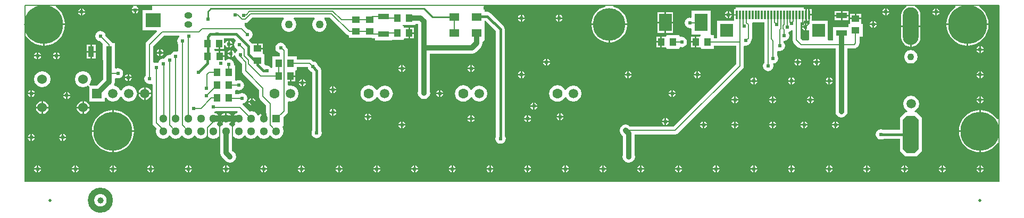
<source format=gtl>
%FSLAX25Y25*%
%MOIN*%
G70*
G01*
G75*
G04 Layer_Physical_Order=1*
G04 Layer_Color=255*
%ADD10C,0.03937*%
%ADD11C,0.03937*%
%ADD12R,0.03937X0.04724*%
%ADD13R,0.07874X0.11024*%
%ADD14R,0.06693X0.03740*%
%ADD15R,0.03740X0.06693*%
%ADD16R,0.05906X0.05118*%
%ADD17R,0.09213X0.08600*%
%ADD18R,0.04724X0.03937*%
G04:AMPARAMS|DCode=19|XSize=98.43mil|YSize=236.22mil|CornerRadius=0mil|HoleSize=0mil|Usage=FLASHONLY|Rotation=0.000|XOffset=0mil|YOffset=0mil|HoleType=Round|Shape=Octagon|*
%AMOCTAGOND19*
4,1,8,-0.02461,0.11811,0.02461,0.11811,0.04921,0.09350,0.04921,-0.09350,0.02461,-0.11811,-0.02461,-0.11811,-0.04921,-0.09350,-0.04921,0.09350,-0.02461,0.11811,0.0*
%
%ADD19OCTAGOND19*%

%ADD20O,0.09843X0.23622*%
%ADD21R,0.07874X0.07874*%
%ADD22R,0.01181X0.05512*%
%ADD23C,0.00800*%
%ADD24C,0.03000*%
%ADD25C,0.04000*%
%ADD26C,0.01000*%
%ADD27C,0.03200*%
%ADD28C,0.01600*%
%ADD29C,0.02000*%
%ADD30C,0.01500*%
%ADD31C,0.00500*%
%ADD32C,0.01969*%
%ADD33C,0.05906*%
%ADD34R,0.05906X0.05906*%
%ADD35C,0.24410*%
%ADD36C,0.20472*%
%ADD37C,0.05000*%
%ADD38O,0.05000X0.04000*%
%ADD39C,0.06299*%
%ADD40C,0.06000*%
%ADD41C,0.04331*%
%ADD42R,0.05118X0.05118*%
%ADD43C,0.05118*%
%ADD44C,0.02400*%
%ADD45C,0.03600*%
G36*
X610236Y-71056D02*
X609506Y-71346D01*
X609436Y-71342D01*
X607807Y-69358D01*
X605797Y-67708D01*
X603503Y-66482D01*
X601014Y-65727D01*
X598925Y-65521D01*
Y-78740D01*
Y-91960D01*
X601014Y-91754D01*
X603503Y-90999D01*
X605797Y-89773D01*
X607807Y-88122D01*
X609436Y-86138D01*
X609506Y-86134D01*
X610236Y-86424D01*
Y-110236D01*
X-0D01*
Y-19495D01*
X731Y-19205D01*
X800Y-19209D01*
X2429Y-21193D01*
X4439Y-22843D01*
X6733Y-24070D01*
X9222Y-24825D01*
X11311Y-25030D01*
Y-11811D01*
X11811D01*
Y-11311D01*
X25030D01*
X24825Y-9222D01*
X24070Y-6733D01*
X22843Y-4439D01*
X21193Y-2429D01*
X19209Y-800D01*
X19205Y-731D01*
X19495Y0D01*
X67641D01*
X67884Y-800D01*
X67414Y-1114D01*
X66928Y-1842D01*
X66856Y-2200D01*
X71144D01*
X71072Y-1842D01*
X70586Y-1114D01*
X70116Y-800D01*
X70359Y0D01*
X78854D01*
X79600Y-0D01*
X79600Y-0D01*
X79600Y-0D01*
Y-2811D01*
X73756D01*
Y-15411D01*
X82483D01*
X82789Y-16150D01*
X76270Y-22670D01*
X75739Y-23464D01*
X75708Y-23619D01*
X75553Y-24400D01*
Y-43902D01*
X74986Y-44751D01*
X74737Y-46000D01*
X74986Y-47249D01*
X75693Y-48307D01*
X76751Y-49014D01*
X78000Y-49263D01*
X79153Y-49033D01*
X79434Y-49114D01*
X79953Y-49391D01*
Y-73613D01*
X80108Y-74394D01*
X80139Y-74549D01*
X80670Y-75343D01*
X82314Y-76988D01*
X81966Y-78740D01*
X82320Y-80519D01*
X83327Y-82027D01*
X84835Y-83035D01*
X86614Y-83389D01*
X88393Y-83035D01*
X89901Y-82027D01*
X90151Y-81653D01*
X90951D01*
X91201Y-82027D01*
X92709Y-83035D01*
X94488Y-83389D01*
X96267Y-83035D01*
X97775Y-82027D01*
X98025Y-81653D01*
X98825D01*
X99075Y-82027D01*
X100583Y-83035D01*
X102362Y-83389D01*
X104141Y-83035D01*
X105649Y-82027D01*
X105899Y-81653D01*
X106699D01*
X106949Y-82027D01*
X108457Y-83035D01*
X110236Y-83389D01*
X112015Y-83035D01*
X113523Y-82027D01*
X113773Y-81653D01*
X114573D01*
X114823Y-82027D01*
X116331Y-83035D01*
X118110Y-83389D01*
X119889Y-83035D01*
X121397Y-82027D01*
X121514Y-81853D01*
X122314Y-82095D01*
Y-92284D01*
X122593Y-93689D01*
X123389Y-94880D01*
X125080Y-96570D01*
X125660Y-97440D01*
X126917Y-98280D01*
X128400Y-98575D01*
X129883Y-98280D01*
X131140Y-97440D01*
X131980Y-96183D01*
X132274Y-94700D01*
X131980Y-93217D01*
X131140Y-91960D01*
X130271Y-91380D01*
X129655Y-90764D01*
Y-82095D01*
X130455Y-81853D01*
X130571Y-82027D01*
X132079Y-83035D01*
X133858Y-83389D01*
X135637Y-83035D01*
X137145Y-82027D01*
X137395Y-81653D01*
X138195D01*
X138445Y-82027D01*
X139953Y-83035D01*
X141732Y-83389D01*
X143511Y-83035D01*
X145019Y-82027D01*
X145269Y-81653D01*
X146069D01*
X146319Y-82027D01*
X147827Y-83035D01*
X149606Y-83389D01*
X151385Y-83035D01*
X152893Y-82027D01*
X153143Y-81653D01*
X153943D01*
X154193Y-82027D01*
X155701Y-83035D01*
X157480Y-83389D01*
X159259Y-83035D01*
X160767Y-82027D01*
X161775Y-80519D01*
X162129Y-78740D01*
X161775Y-76961D01*
X161283Y-76225D01*
X161711Y-75425D01*
X162039D01*
Y-69768D01*
X163995Y-67812D01*
X164525Y-67018D01*
X164556Y-66863D01*
X164712Y-66082D01*
Y-60459D01*
X165330Y-59952D01*
X166417Y-60168D01*
X168350Y-59784D01*
X169988Y-58689D01*
X171083Y-57051D01*
X171467Y-55118D01*
X171083Y-53186D01*
X169988Y-51547D01*
X168350Y-50453D01*
X166417Y-50068D01*
X165330Y-50285D01*
X164712Y-49777D01*
Y-47562D01*
X165880D01*
Y-44200D01*
X166380D01*
Y-43700D01*
X169349D01*
Y-40838D01*
X170035Y-40562D01*
X170409D01*
Y-38647D01*
X177206D01*
X177386Y-39549D01*
X178093Y-40607D01*
X179151Y-41314D01*
X179433Y-41370D01*
X179945Y-41883D01*
Y-78413D01*
X179786Y-78651D01*
X179537Y-79900D01*
X179786Y-81149D01*
X180493Y-82207D01*
X181551Y-82914D01*
X182800Y-83163D01*
X184049Y-82914D01*
X185107Y-82207D01*
X185814Y-81149D01*
X186063Y-79900D01*
X185814Y-78651D01*
X185655Y-78413D01*
Y-40700D01*
X185438Y-39608D01*
X184819Y-38681D01*
X183470Y-37333D01*
X183414Y-37051D01*
X182707Y-35993D01*
X181649Y-35286D01*
X180647Y-35087D01*
X180030Y-34470D01*
X179236Y-33939D01*
X179081Y-33908D01*
X178300Y-33753D01*
X170409D01*
Y-31838D01*
X164712D01*
Y-28235D01*
X164556Y-27454D01*
X164525Y-27299D01*
X163995Y-26505D01*
X163282Y-25792D01*
X163189Y-25326D01*
X162482Y-24268D01*
X161423Y-23561D01*
X160175Y-23312D01*
X158926Y-23561D01*
X157868Y-24268D01*
X157160Y-25326D01*
X156912Y-26575D01*
X157160Y-27823D01*
X157868Y-28882D01*
X158926Y-29589D01*
X159818Y-29766D01*
Y-31838D01*
X154991D01*
Y-38825D01*
X154191Y-39068D01*
X153807Y-38493D01*
X152749Y-37786D01*
X151500Y-37537D01*
X150904Y-37656D01*
X150130Y-37006D01*
Y-30480D01*
X149705D01*
X149130Y-29937D01*
Y-27468D01*
X145768D01*
Y-26969D01*
X145268D01*
Y-24000D01*
X142405D01*
Y-24000D01*
X141986Y-23556D01*
X141969Y-23532D01*
X141969Y-23531D01*
X140402Y-21965D01*
X140553Y-21187D01*
X140669Y-21101D01*
X141707Y-20407D01*
X142414Y-19349D01*
X142663Y-18100D01*
X142414Y-16851D01*
X141707Y-15793D01*
X140649Y-15086D01*
X139647Y-14886D01*
X137926Y-13165D01*
X137600Y-12500D01*
X137600Y-11747D01*
X137694Y-10947D01*
X138094D01*
X138875Y-10792D01*
X139031Y-10761D01*
X139824Y-10230D01*
X142408Y-7647D01*
X162108D01*
X162341Y-8413D01*
X162110Y-8567D01*
X161115Y-10055D01*
X160766Y-11811D01*
X161115Y-13567D01*
X162110Y-15055D01*
X163599Y-16050D01*
X165354Y-16399D01*
X167110Y-16050D01*
X168599Y-15055D01*
X169593Y-13567D01*
X169942Y-11811D01*
X169593Y-10055D01*
X168599Y-8567D01*
X168368Y-8413D01*
X168600Y-7647D01*
X181321D01*
X181553Y-8413D01*
X181323Y-8567D01*
X180328Y-10055D01*
X179979Y-11811D01*
X180328Y-13567D01*
X181323Y-15055D01*
X182811Y-16050D01*
X184567Y-16399D01*
X186323Y-16050D01*
X187811Y-15055D01*
X188806Y-13567D01*
X189155Y-11811D01*
X188806Y-10055D01*
X187811Y-8567D01*
X187581Y-8413D01*
X187813Y-7647D01*
X191086D01*
X201503Y-18064D01*
X202297Y-18594D01*
X203013Y-18736D01*
Y-20302D01*
X211737D01*
Y-20202D01*
X216715D01*
X216810Y-20266D01*
X216966Y-20297D01*
X217747Y-20452D01*
X219229D01*
Y-21875D01*
X229921D01*
Y-21655D01*
X237203D01*
Y-21230D01*
X237747Y-20655D01*
X238003Y-20655D01*
X240215D01*
Y-17293D01*
Y-13931D01*
X238003D01*
X237747Y-13931D01*
X237203Y-13356D01*
X237203Y-13356D01*
Y-12931D01*
X236728D01*
Y-12055D01*
X244684D01*
Y-11364D01*
X246273D01*
X246329Y-11420D01*
Y-26300D01*
Y-53775D01*
X246126Y-54800D01*
X246421Y-56283D01*
X247260Y-57540D01*
X248517Y-58380D01*
X250000Y-58675D01*
X251483Y-58380D01*
X252740Y-57540D01*
X253579Y-56283D01*
X253874Y-54800D01*
X253671Y-53775D01*
Y-30171D01*
X280100D01*
X281505Y-29891D01*
X282696Y-29096D01*
X285696Y-26096D01*
X286491Y-24905D01*
X286771Y-23500D01*
Y-22722D01*
X287200Y-22100D01*
X287909Y-21759D01*
X288053D01*
Y-12641D01*
X287915D01*
X287840Y-12459D01*
X287853Y-11659D01*
X287853D01*
Y-9538D01*
X288653Y-9518D01*
X295096Y-15961D01*
Y-81836D01*
X294886Y-82151D01*
X294637Y-83400D01*
X294886Y-84649D01*
X295593Y-85707D01*
X296651Y-86414D01*
X297900Y-86663D01*
X299149Y-86414D01*
X300207Y-85707D01*
X300914Y-84649D01*
X301163Y-83400D01*
X300914Y-82151D01*
X300704Y-81836D01*
Y-14800D01*
X300490Y-13727D01*
X299883Y-12817D01*
X291783Y-4717D01*
X290873Y-4110D01*
X289800Y-3896D01*
X287853D01*
Y-2541D01*
X287200D01*
X287200Y-800D01*
X287914Y0D01*
X363643D01*
X363695Y-800D01*
X363209Y-864D01*
X360475Y-1996D01*
X358128Y-3797D01*
X356327Y-6144D01*
X355195Y-8878D01*
X354874Y-11311D01*
X377409D01*
X377089Y-8878D01*
X375957Y-6144D01*
X374155Y-3797D01*
X371808Y-1996D01*
X369075Y-864D01*
X368588Y-800D01*
X368641Y0D01*
X552303D01*
X552462Y-800D01*
X552132Y-937D01*
X550895Y-1886D01*
X549946Y-3123D01*
X549349Y-4563D01*
X549146Y-6109D01*
Y-12499D01*
X561091D01*
Y-6109D01*
X560887Y-4563D01*
X560290Y-3123D01*
X559341Y-1886D01*
X558104Y-937D01*
X557774Y-800D01*
X557934Y0D01*
X582867D01*
X583157Y-731D01*
X583153Y-800D01*
X581169Y-2429D01*
X579519Y-4439D01*
X578293Y-6733D01*
X577537Y-9222D01*
X577332Y-11311D01*
X603770D01*
X603565Y-9222D01*
X602810Y-6733D01*
X601584Y-4439D01*
X599933Y-2429D01*
X597949Y-800D01*
X597945Y-731D01*
X598235Y0D01*
X610236D01*
Y-71056D01*
D02*
G37*
G36*
X96819Y-19647D02*
X96296Y-19996D01*
X95589Y-21055D01*
X95340Y-22303D01*
X95589Y-23552D01*
X96156Y-24401D01*
Y-28503D01*
X95356Y-28947D01*
X94300Y-28737D01*
X93051Y-28986D01*
X91993Y-29693D01*
X91286Y-30751D01*
X90891Y-31015D01*
X90500Y-30937D01*
X89251Y-31186D01*
X88193Y-31893D01*
X87486Y-32951D01*
X86860Y-33369D01*
X86700Y-33337D01*
X85451Y-33586D01*
X84393Y-34293D01*
X83686Y-35351D01*
X83563Y-35969D01*
X82400Y-35737D01*
X81247Y-35967D01*
X80966Y-35886D01*
X80447Y-35609D01*
Y-25414D01*
X87014Y-18847D01*
X96576D01*
X96819Y-19647D01*
D02*
G37*
G36*
X133227Y-66547D02*
X132860Y-67436D01*
X132470Y-67514D01*
X131292Y-68300D01*
X130506Y-69477D01*
X130329Y-70365D01*
X129513D01*
X129337Y-69477D01*
X128550Y-68300D01*
X127373Y-67514D01*
X126484Y-67337D01*
Y-70866D01*
X125484D01*
Y-67337D01*
X124596Y-67514D01*
X123418Y-68300D01*
X122632Y-69477D01*
X122455Y-70365D01*
X121639D01*
X121463Y-69477D01*
X120676Y-68300D01*
X119499Y-67514D01*
X118711Y-67357D01*
X118711Y-66541D01*
X119349Y-66414D01*
X119449Y-66347D01*
X133092D01*
X133227Y-66547D01*
D02*
G37*
G36*
X130506Y-72255D02*
X131292Y-73432D01*
X131773Y-73753D01*
X131724Y-74683D01*
X130571Y-75453D01*
X130321Y-75828D01*
X129521D01*
X129271Y-75453D01*
X128118Y-74683D01*
X128070Y-73753D01*
X128550Y-73432D01*
X129337Y-72255D01*
X129513Y-71367D01*
X130329D01*
X130506Y-72255D01*
D02*
G37*
G36*
X122632D02*
X123418Y-73432D01*
X123899Y-73753D01*
X123850Y-74683D01*
X122697Y-75453D01*
X122447Y-75828D01*
X121647D01*
X121397Y-75453D01*
X120244Y-74683D01*
X120196Y-73753D01*
X120676Y-73432D01*
X121463Y-72255D01*
X121639Y-71367D01*
X122455D01*
X122632Y-72255D01*
D02*
G37*
G36*
X132043Y-21681D02*
X131993Y-22193D01*
X131286Y-23251D01*
X131037Y-24500D01*
X131286Y-25749D01*
X131993Y-26807D01*
X132959Y-27453D01*
X133064Y-27913D01*
X133078Y-28335D01*
X132693Y-28593D01*
X131986Y-29651D01*
X131978Y-29692D01*
X131162D01*
X131072Y-29242D01*
X130586Y-28514D01*
X129858Y-28028D01*
X129500Y-27956D01*
Y-30100D01*
Y-32244D01*
X129858Y-32172D01*
X130586Y-31686D01*
X130965Y-31119D01*
X131626Y-31146D01*
X131798Y-31203D01*
X131986Y-32149D01*
X132693Y-33207D01*
X133103Y-33481D01*
X133270Y-33730D01*
X135953Y-36414D01*
Y-41000D01*
X136108Y-41781D01*
X136139Y-41936D01*
X136670Y-42730D01*
X146653Y-52714D01*
Y-57000D01*
X146808Y-57781D01*
X146839Y-57936D01*
X147370Y-58730D01*
X151153Y-62514D01*
Y-66730D01*
X150353Y-67386D01*
X150106Y-67337D01*
Y-70866D01*
X149106D01*
Y-67337D01*
X148218Y-67514D01*
X147040Y-68300D01*
X146719Y-68781D01*
X145790Y-68732D01*
X145019Y-67579D01*
X143511Y-66572D01*
X141732Y-66218D01*
X140742Y-66415D01*
X136496Y-62170D01*
X136393Y-62100D01*
X136562Y-61251D01*
X137249Y-61114D01*
X138307Y-60407D01*
X139014Y-59349D01*
X139263Y-58100D01*
X139014Y-56851D01*
X138307Y-55793D01*
X137249Y-55086D01*
X136000Y-54837D01*
X134751Y-55086D01*
X133902Y-55653D01*
X131709D01*
Y-54362D01*
Y-53280D01*
X132509Y-52852D01*
X132751Y-53014D01*
X134000Y-53263D01*
X135249Y-53014D01*
X136307Y-52307D01*
X137014Y-51249D01*
X137263Y-50000D01*
X137014Y-48751D01*
X136307Y-47693D01*
X135249Y-46986D01*
X134000Y-46737D01*
X132751Y-46986D01*
X132509Y-47148D01*
X131709Y-46720D01*
Y-46362D01*
Y-37638D01*
X131447D01*
X130939Y-37019D01*
X130963Y-36900D01*
X130714Y-35651D01*
X130007Y-34593D01*
X128949Y-33886D01*
X127700Y-33637D01*
X126451Y-33886D01*
X125669Y-34409D01*
X124869Y-34047D01*
Y-32300D01*
X121900D01*
Y-31800D01*
X121400D01*
Y-28438D01*
X119163D01*
X118615Y-27769D01*
X118762Y-27220D01*
X119033Y-27062D01*
X121300D01*
Y-23700D01*
X122300D01*
Y-27062D01*
X124768D01*
Y-24840D01*
X125568Y-24761D01*
X125628Y-25058D01*
X126114Y-25786D01*
X126842Y-26272D01*
X127200Y-26344D01*
Y-24200D01*
Y-22056D01*
X126842Y-22128D01*
X126114Y-22614D01*
X125628Y-23342D01*
X125568Y-23639D01*
X124768Y-23560D01*
Y-20655D01*
X131017D01*
X132043Y-21681D01*
D02*
G37*
%LPC*%
G36*
X468004Y-75303D02*
X466360D01*
X466432Y-75661D01*
X466918Y-76389D01*
X467646Y-76876D01*
X468004Y-76947D01*
Y-75303D01*
D02*
G37*
G36*
X447025D02*
X445382D01*
Y-76947D01*
X445740Y-76876D01*
X446468Y-76389D01*
X446954Y-75661D01*
X447025Y-75303D01*
D02*
G37*
G36*
X527059Y-100219D02*
X526701Y-100290D01*
X525973Y-100776D01*
X525487Y-101504D01*
X525415Y-101862D01*
X527059D01*
Y-100219D01*
D02*
G37*
G36*
X470648Y-75303D02*
X469004D01*
Y-76947D01*
X469362Y-76876D01*
X470090Y-76389D01*
X470576Y-75661D01*
X470648Y-75303D01*
D02*
G37*
G36*
X504437Y-100219D02*
Y-101862D01*
X506081D01*
X506009Y-101504D01*
X505523Y-100776D01*
X504795Y-100290D01*
X504437Y-100219D01*
D02*
G37*
G36*
X528059D02*
Y-101862D01*
X529703D01*
X529631Y-101504D01*
X529145Y-100776D01*
X528417Y-100290D01*
X528059Y-100219D01*
D02*
G37*
G36*
X238364Y-75303D02*
X236720D01*
Y-76947D01*
X237079Y-76876D01*
X237807Y-76389D01*
X238293Y-75661D01*
X238364Y-75303D01*
D02*
G37*
G36*
X424697D02*
X423053D01*
X423125Y-75661D01*
X423611Y-76389D01*
X424338Y-76876D01*
X424697Y-76947D01*
Y-75303D01*
D02*
G37*
G36*
X444382D02*
X442738D01*
X442809Y-75661D01*
X443296Y-76389D01*
X444024Y-76876D01*
X444382Y-76947D01*
Y-75303D01*
D02*
G37*
G36*
X427341D02*
X425697D01*
Y-76947D01*
X426055Y-76876D01*
X426783Y-76389D01*
X427269Y-75661D01*
X427341Y-75303D01*
D02*
G37*
G36*
X487689D02*
X486045D01*
X486117Y-75661D01*
X486603Y-76389D01*
X487331Y-76876D01*
X487689Y-76947D01*
Y-75303D01*
D02*
G37*
G36*
X403444Y-73200D02*
X401800D01*
Y-74844D01*
X402158Y-74772D01*
X402886Y-74286D01*
X403372Y-73558D01*
X403444Y-73200D01*
D02*
G37*
G36*
X400800D02*
X399156D01*
X399228Y-73558D01*
X399714Y-74286D01*
X400442Y-74772D01*
X400800Y-74844D01*
Y-73200D01*
D02*
G37*
G36*
X235720Y-72659D02*
X235362Y-72731D01*
X234634Y-73217D01*
X234148Y-73945D01*
X234077Y-74303D01*
X235720D01*
Y-72659D01*
D02*
G37*
G36*
X424697D02*
X424338Y-72731D01*
X423611Y-73217D01*
X423125Y-73945D01*
X423053Y-74303D01*
X424697D01*
Y-72659D01*
D02*
G37*
G36*
X236720D02*
Y-74303D01*
X238364D01*
X238293Y-73945D01*
X237807Y-73217D01*
X237079Y-72731D01*
X236720Y-72659D01*
D02*
G37*
G36*
X507374Y-75303D02*
X505730D01*
X505802Y-75661D01*
X506288Y-76389D01*
X507016Y-76876D01*
X507374Y-76947D01*
Y-75303D01*
D02*
G37*
G36*
X490333D02*
X488689D01*
Y-76947D01*
X489047Y-76876D01*
X489775Y-76389D01*
X490261Y-75661D01*
X490333Y-75303D01*
D02*
G37*
G36*
X510018D02*
X508374D01*
Y-76947D01*
X508732Y-76876D01*
X509460Y-76389D01*
X509946Y-75661D01*
X510018Y-75303D01*
D02*
G37*
G36*
X480815Y-100219D02*
Y-101862D01*
X482459D01*
X482387Y-101504D01*
X481901Y-100776D01*
X481173Y-100290D01*
X480815Y-100219D01*
D02*
G37*
G36*
X503437D02*
X503079Y-100290D01*
X502351Y-100776D01*
X501865Y-101504D01*
X501793Y-101862D01*
X503437D01*
Y-100219D01*
D02*
G37*
G36*
X235720Y-75303D02*
X234077D01*
X234148Y-75661D01*
X234634Y-76389D01*
X235362Y-76876D01*
X235720Y-76947D01*
Y-75303D01*
D02*
G37*
G36*
X68338Y-79240D02*
X55618D01*
Y-91960D01*
X57707Y-91754D01*
X60196Y-90999D01*
X62490Y-89773D01*
X64500Y-88122D01*
X66151Y-86112D01*
X67377Y-83818D01*
X68132Y-81329D01*
X68338Y-79240D01*
D02*
G37*
G36*
X54618D02*
X41899D01*
X42105Y-81329D01*
X42860Y-83818D01*
X44086Y-86112D01*
X45736Y-88122D01*
X47747Y-89773D01*
X50040Y-90999D01*
X52530Y-91754D01*
X54618Y-91960D01*
Y-79240D01*
D02*
G37*
G36*
X597925D02*
X585206D01*
X585412Y-81329D01*
X586167Y-83818D01*
X587393Y-86112D01*
X589043Y-88122D01*
X591054Y-89773D01*
X593348Y-90999D01*
X595837Y-91754D01*
X597925Y-91960D01*
Y-79240D01*
D02*
G37*
G36*
X6081Y-83177D02*
X4437D01*
Y-84821D01*
X4795Y-84750D01*
X5523Y-84263D01*
X6009Y-83536D01*
X6081Y-83177D01*
D02*
G37*
G36*
X3437D02*
X1793D01*
X1865Y-83536D01*
X2351Y-84263D01*
X3079Y-84750D01*
X3437Y-84821D01*
Y-83177D01*
D02*
G37*
G36*
X574303Y-100219D02*
X573945Y-100290D01*
X573217Y-100776D01*
X572731Y-101504D01*
X572659Y-101862D01*
X574303D01*
Y-100219D01*
D02*
G37*
G36*
X551681D02*
Y-101862D01*
X553325D01*
X553253Y-101504D01*
X552767Y-100776D01*
X552039Y-100290D01*
X551681Y-100219D01*
D02*
G37*
G36*
X575303D02*
Y-101862D01*
X576947D01*
X576875Y-101504D01*
X576389Y-100776D01*
X575662Y-100290D01*
X575303Y-100219D01*
D02*
G37*
G36*
X598925D02*
Y-101862D01*
X600569D01*
X600497Y-101504D01*
X600011Y-100776D01*
X599284Y-100290D01*
X598925Y-100219D01*
D02*
G37*
G36*
X597925D02*
X597567Y-100290D01*
X596839Y-100776D01*
X596353Y-101504D01*
X596282Y-101862D01*
X597925D01*
Y-100219D01*
D02*
G37*
G36*
X23122Y-83177D02*
X21478D01*
X21550Y-83536D01*
X22036Y-84263D01*
X22764Y-84750D01*
X23122Y-84821D01*
Y-83177D01*
D02*
G37*
G36*
X55618Y-65521D02*
Y-78240D01*
X68338D01*
X68132Y-76152D01*
X67377Y-73663D01*
X66151Y-71368D01*
X64500Y-69358D01*
X62490Y-67708D01*
X60196Y-66482D01*
X57707Y-65727D01*
X55618Y-65521D01*
D02*
G37*
G36*
X54618D02*
X52530Y-65727D01*
X50040Y-66482D01*
X47747Y-67708D01*
X45736Y-69358D01*
X44086Y-71368D01*
X42860Y-73663D01*
X42105Y-76152D01*
X41899Y-78240D01*
X54618D01*
Y-65521D01*
D02*
G37*
G36*
X550681Y-100219D02*
X550323Y-100290D01*
X549595Y-100776D01*
X549109Y-101504D01*
X549038Y-101862D01*
X550681D01*
Y-100219D01*
D02*
G37*
G36*
X555217Y-56571D02*
X553284Y-56955D01*
X551646Y-58050D01*
X550551Y-59688D01*
X550167Y-61620D01*
X550551Y-63553D01*
X551646Y-65191D01*
X553012Y-66104D01*
X552769Y-66904D01*
X551657D01*
X548197Y-70365D01*
Y-77911D01*
X537986D01*
X537649Y-77686D01*
X536400Y-77437D01*
X535151Y-77686D01*
X534093Y-78393D01*
X533386Y-79451D01*
X533137Y-80700D01*
X533386Y-81949D01*
X534093Y-83007D01*
X535151Y-83714D01*
X536400Y-83963D01*
X537649Y-83714D01*
X537941Y-83519D01*
X548197D01*
Y-91065D01*
X551657Y-94526D01*
X558579D01*
X562039Y-91065D01*
Y-70365D01*
X558579Y-66904D01*
X557664D01*
X557421Y-66104D01*
X558787Y-65191D01*
X559882Y-63553D01*
X560266Y-61620D01*
X559882Y-59688D01*
X558787Y-58050D01*
X557149Y-56955D01*
X555217Y-56571D01*
D02*
G37*
G36*
X597925Y-65521D02*
X595837Y-65727D01*
X593348Y-66482D01*
X591054Y-67708D01*
X589043Y-69358D01*
X587393Y-71368D01*
X586167Y-73663D01*
X585412Y-76152D01*
X585206Y-78240D01*
X597925D01*
Y-65521D01*
D02*
G37*
G36*
X3437Y-80533D02*
X3079Y-80605D01*
X2351Y-81091D01*
X1865Y-81819D01*
X1793Y-82177D01*
X3437D01*
Y-80533D01*
D02*
G37*
G36*
X25766Y-83177D02*
X24122D01*
Y-84821D01*
X24480Y-84750D01*
X25208Y-84263D01*
X25694Y-83536D01*
X25766Y-83177D01*
D02*
G37*
G36*
X4437Y-80533D02*
Y-82177D01*
X6081D01*
X6009Y-81819D01*
X5523Y-81091D01*
X4795Y-80605D01*
X4437Y-80533D01*
D02*
G37*
G36*
X24122D02*
Y-82177D01*
X25766D01*
X25694Y-81819D01*
X25208Y-81091D01*
X24480Y-80605D01*
X24122Y-80533D01*
D02*
G37*
G36*
X23122D02*
X22764Y-80605D01*
X22036Y-81091D01*
X21550Y-81819D01*
X21478Y-82177D01*
X23122D01*
Y-80533D01*
D02*
G37*
G36*
X35922Y-64418D02*
X32443D01*
X32654Y-65479D01*
X33538Y-66802D01*
X34861Y-67686D01*
X35922Y-67897D01*
Y-64418D01*
D02*
G37*
G36*
X14801D02*
X11322D01*
Y-67897D01*
X12383Y-67686D01*
X13706Y-66802D01*
X14590Y-65479D01*
X14801Y-64418D01*
D02*
G37*
G36*
X40401D02*
X36922D01*
Y-67897D01*
X37983Y-67686D01*
X39306Y-66802D01*
X40190Y-65479D01*
X40401Y-64418D01*
D02*
G37*
G36*
X193413Y-64785D02*
Y-66429D01*
X195057D01*
X194986Y-66071D01*
X194500Y-65343D01*
X193772Y-64857D01*
X193413Y-64785D01*
D02*
G37*
G36*
X192413D02*
X192055Y-64857D01*
X191327Y-65343D01*
X190841Y-66071D01*
X190770Y-66429D01*
X192413D01*
Y-64785D01*
D02*
G37*
G36*
X10322Y-64418D02*
X6843D01*
X7054Y-65479D01*
X7938Y-66802D01*
X9261Y-67686D01*
X10322Y-67897D01*
Y-64418D01*
D02*
G37*
G36*
X334800Y-67556D02*
X334442Y-67628D01*
X333714Y-68114D01*
X333228Y-68842D01*
X333156Y-69200D01*
X334800D01*
Y-67556D01*
D02*
G37*
G36*
X215400Y-67656D02*
Y-69300D01*
X217044D01*
X216972Y-68942D01*
X216486Y-68214D01*
X215758Y-67728D01*
X215400Y-67656D01*
D02*
G37*
G36*
X335800Y-67556D02*
Y-69200D01*
X337444D01*
X337372Y-68842D01*
X336886Y-68114D01*
X336158Y-67628D01*
X335800Y-67556D01*
D02*
G37*
G36*
X195057Y-67429D02*
X193413D01*
Y-69073D01*
X193772Y-69002D01*
X194500Y-68515D01*
X194986Y-67787D01*
X195057Y-67429D01*
D02*
G37*
G36*
X192413D02*
X190770D01*
X190841Y-67787D01*
X191327Y-68515D01*
X192055Y-69002D01*
X192413Y-69073D01*
Y-67429D01*
D02*
G37*
G36*
X318398Y-63492D02*
X316754D01*
X316825Y-63850D01*
X317312Y-64578D01*
X318039Y-65065D01*
X318398Y-65136D01*
Y-63492D01*
D02*
G37*
G36*
X141626Y-60736D02*
X139982D01*
X140054Y-61095D01*
X140540Y-61822D01*
X141268Y-62309D01*
X141626Y-62380D01*
Y-60736D01*
D02*
G37*
G36*
X319398Y-60848D02*
Y-62492D01*
X321041D01*
X320970Y-62134D01*
X320484Y-61406D01*
X319756Y-60920D01*
X319398Y-60848D01*
D02*
G37*
G36*
X144270Y-60736D02*
X142626D01*
Y-62380D01*
X142984Y-62309D01*
X143712Y-61822D01*
X144198Y-61095D01*
X144270Y-60736D01*
D02*
G37*
G36*
X447025Y-59555D02*
X445382D01*
Y-61199D01*
X445740Y-61128D01*
X446468Y-60641D01*
X446954Y-59913D01*
X447025Y-59555D01*
D02*
G37*
G36*
X444382D02*
X442738D01*
X442809Y-59913D01*
X443296Y-60641D01*
X444024Y-61128D01*
X444382Y-61199D01*
Y-59555D01*
D02*
G37*
G36*
X318398Y-60848D02*
X318039Y-60920D01*
X317312Y-61406D01*
X316825Y-62134D01*
X316754Y-62492D01*
X318398D01*
Y-60848D01*
D02*
G37*
G36*
X10322Y-59939D02*
X9261Y-60150D01*
X7938Y-61034D01*
X7054Y-62357D01*
X6843Y-63418D01*
X10322D01*
Y-59939D01*
D02*
G37*
G36*
X321041Y-63492D02*
X319398D01*
Y-65136D01*
X319756Y-65065D01*
X320484Y-64578D01*
X320970Y-63850D01*
X321041Y-63492D01*
D02*
G37*
G36*
X11322Y-59939D02*
Y-63418D01*
X14801D01*
X14590Y-62357D01*
X13706Y-61034D01*
X12383Y-60150D01*
X11322Y-59939D01*
D02*
G37*
G36*
X36922D02*
Y-63418D01*
X40401D01*
X40190Y-62357D01*
X39306Y-61034D01*
X37983Y-60150D01*
X36922Y-59939D01*
D02*
G37*
G36*
X35922D02*
X34861Y-60150D01*
X33538Y-61034D01*
X32654Y-62357D01*
X32443Y-63418D01*
X35922D01*
Y-59939D01*
D02*
G37*
G36*
X214400Y-67656D02*
X214042Y-67728D01*
X213314Y-68214D01*
X212828Y-68942D01*
X212756Y-69300D01*
X214400D01*
Y-67656D01*
D02*
G37*
G36*
X507374Y-72659D02*
X507016Y-72731D01*
X506288Y-73217D01*
X505802Y-73945D01*
X505730Y-74303D01*
X507374D01*
Y-72659D01*
D02*
G37*
G36*
X488689D02*
Y-74303D01*
X490333D01*
X490261Y-73945D01*
X489775Y-73217D01*
X489047Y-72731D01*
X488689Y-72659D01*
D02*
G37*
G36*
X508374D02*
Y-74303D01*
X510018D01*
X509946Y-73945D01*
X509460Y-73217D01*
X508732Y-72731D01*
X508374Y-72659D01*
D02*
G37*
G36*
X281671Y-71366D02*
X280028D01*
Y-73010D01*
X280386Y-72939D01*
X281114Y-72452D01*
X281600Y-71724D01*
X281671Y-71366D01*
D02*
G37*
G36*
X279028D02*
X277384D01*
X277455Y-71724D01*
X277941Y-72452D01*
X278669Y-72939D01*
X279028Y-73010D01*
Y-71366D01*
D02*
G37*
G36*
X487689Y-72659D02*
X487331Y-72731D01*
X486603Y-73217D01*
X486117Y-73945D01*
X486045Y-74303D01*
X487689D01*
Y-72659D01*
D02*
G37*
G36*
X444382D02*
X444024Y-72731D01*
X443296Y-73217D01*
X442809Y-73945D01*
X442738Y-74303D01*
X444382D01*
Y-72659D01*
D02*
G37*
G36*
X425697D02*
Y-74303D01*
X427341D01*
X427269Y-73945D01*
X426783Y-73217D01*
X426055Y-72731D01*
X425697Y-72659D01*
D02*
G37*
G36*
X445382D02*
Y-74303D01*
X447025D01*
X446954Y-73945D01*
X446468Y-73217D01*
X445740Y-72731D01*
X445382Y-72659D01*
D02*
G37*
G36*
X469004D02*
Y-74303D01*
X470648D01*
X470576Y-73945D01*
X470090Y-73217D01*
X469362Y-72731D01*
X469004Y-72659D01*
D02*
G37*
G36*
X468004D02*
X467646Y-72731D01*
X466918Y-73217D01*
X466432Y-73945D01*
X466360Y-74303D01*
X468004D01*
Y-72659D01*
D02*
G37*
G36*
X314461Y-71366D02*
X312817D01*
X312888Y-71724D01*
X313374Y-72452D01*
X314102Y-72939D01*
X314461Y-73010D01*
Y-71366D01*
D02*
G37*
G36*
X279028Y-68722D02*
X278669Y-68794D01*
X277941Y-69280D01*
X277455Y-70008D01*
X277384Y-70366D01*
X279028D01*
Y-68722D01*
D02*
G37*
G36*
X337444Y-70200D02*
X335800D01*
Y-71844D01*
X336158Y-71772D01*
X336886Y-71286D01*
X337372Y-70558D01*
X337444Y-70200D01*
D02*
G37*
G36*
X280028Y-68722D02*
Y-70366D01*
X281671D01*
X281600Y-70008D01*
X281114Y-69280D01*
X280386Y-68794D01*
X280028Y-68722D01*
D02*
G37*
G36*
X315461D02*
Y-70366D01*
X317104D01*
X317033Y-70008D01*
X316547Y-69280D01*
X315819Y-68794D01*
X315461Y-68722D01*
D02*
G37*
G36*
X314461D02*
X314102Y-68794D01*
X313374Y-69280D01*
X312888Y-70008D01*
X312817Y-70366D01*
X314461D01*
Y-68722D01*
D02*
G37*
G36*
X334800Y-70200D02*
X333156D01*
X333228Y-70558D01*
X333714Y-71286D01*
X334442Y-71772D01*
X334800Y-71844D01*
Y-70200D01*
D02*
G37*
G36*
X400800Y-70556D02*
X400442Y-70628D01*
X399714Y-71114D01*
X399228Y-71842D01*
X399156Y-72200D01*
X400800D01*
Y-70556D01*
D02*
G37*
G36*
X317104Y-71366D02*
X315461D01*
Y-73010D01*
X315819Y-72939D01*
X316547Y-72452D01*
X317033Y-71724D01*
X317104Y-71366D01*
D02*
G37*
G36*
X401800Y-70556D02*
Y-72200D01*
X403444D01*
X403372Y-71842D01*
X402886Y-71114D01*
X402158Y-70628D01*
X401800Y-70556D01*
D02*
G37*
G36*
X217044Y-70300D02*
X215400D01*
Y-71944D01*
X215758Y-71872D01*
X216486Y-71386D01*
X216972Y-70658D01*
X217044Y-70300D01*
D02*
G37*
G36*
X214400D02*
X212756D01*
X212828Y-70658D01*
X213314Y-71386D01*
X214042Y-71872D01*
X214400Y-71944D01*
Y-70300D01*
D02*
G37*
G36*
X361705Y-102862D02*
X360061D01*
X360132Y-103221D01*
X360619Y-103948D01*
X361346Y-104435D01*
X361705Y-104506D01*
Y-102862D01*
D02*
G37*
G36*
X340726D02*
X339083D01*
Y-104506D01*
X339441Y-104435D01*
X340169Y-103948D01*
X340655Y-103221D01*
X340726Y-102862D01*
D02*
G37*
G36*
X364348D02*
X362705D01*
Y-104506D01*
X363063Y-104435D01*
X363791Y-103948D01*
X364277Y-103221D01*
X364348Y-102862D01*
D02*
G37*
G36*
X387970D02*
X386327D01*
Y-104506D01*
X386685Y-104435D01*
X387413Y-103948D01*
X387899Y-103221D01*
X387970Y-102862D01*
D02*
G37*
G36*
X385327D02*
X383683D01*
X383754Y-103221D01*
X384241Y-103948D01*
X384968Y-104435D01*
X385327Y-104506D01*
Y-102862D01*
D02*
G37*
G36*
X338083D02*
X336439D01*
X336510Y-103221D01*
X336997Y-103948D01*
X337724Y-104435D01*
X338083Y-104506D01*
Y-102862D01*
D02*
G37*
G36*
X290839D02*
X289195D01*
X289266Y-103221D01*
X289753Y-103948D01*
X290480Y-104435D01*
X290839Y-104506D01*
Y-102862D01*
D02*
G37*
G36*
X269860D02*
X268216D01*
Y-104506D01*
X268575Y-104435D01*
X269303Y-103948D01*
X269789Y-103221D01*
X269860Y-102862D01*
D02*
G37*
G36*
X293482D02*
X291839D01*
Y-104506D01*
X292197Y-104435D01*
X292925Y-103948D01*
X293411Y-103221D01*
X293482Y-102862D01*
D02*
G37*
G36*
X317104D02*
X315461D01*
Y-104506D01*
X315819Y-104435D01*
X316547Y-103948D01*
X317033Y-103221D01*
X317104Y-102862D01*
D02*
G37*
G36*
X314461D02*
X312817D01*
X312888Y-103221D01*
X313374Y-103948D01*
X314102Y-104435D01*
X314461Y-104506D01*
Y-102862D01*
D02*
G37*
G36*
X408949D02*
X407305D01*
X407376Y-103221D01*
X407863Y-103948D01*
X408590Y-104435D01*
X408949Y-104506D01*
Y-102862D01*
D02*
G37*
G36*
X503437D02*
X501793D01*
X501865Y-103221D01*
X502351Y-103948D01*
X503079Y-104435D01*
X503437Y-104506D01*
Y-102862D01*
D02*
G37*
G36*
X482459D02*
X480815D01*
Y-104506D01*
X481173Y-104435D01*
X481901Y-103948D01*
X482387Y-103221D01*
X482459Y-102862D01*
D02*
G37*
G36*
X506081D02*
X504437D01*
Y-104506D01*
X504795Y-104435D01*
X505523Y-103948D01*
X506009Y-103221D01*
X506081Y-102862D01*
D02*
G37*
G36*
X529703D02*
X528059D01*
Y-104506D01*
X528417Y-104435D01*
X529145Y-103948D01*
X529631Y-103221D01*
X529703Y-102862D01*
D02*
G37*
G36*
X527059D02*
X525415D01*
X525487Y-103221D01*
X525973Y-103948D01*
X526701Y-104435D01*
X527059Y-104506D01*
Y-102862D01*
D02*
G37*
G36*
X479815D02*
X478171D01*
X478243Y-103221D01*
X478729Y-103948D01*
X479457Y-104435D01*
X479815Y-104506D01*
Y-102862D01*
D02*
G37*
G36*
X432571D02*
X430927D01*
X430999Y-103221D01*
X431485Y-103948D01*
X432212Y-104435D01*
X432571Y-104506D01*
Y-102862D01*
D02*
G37*
G36*
X411592D02*
X409949D01*
Y-104506D01*
X410307Y-104435D01*
X411035Y-103948D01*
X411521Y-103221D01*
X411592Y-102862D01*
D02*
G37*
G36*
X435215D02*
X433571D01*
Y-104506D01*
X433929Y-104435D01*
X434657Y-103948D01*
X435143Y-103221D01*
X435215Y-102862D01*
D02*
G37*
G36*
X458837D02*
X457193D01*
Y-104506D01*
X457551Y-104435D01*
X458279Y-103948D01*
X458765Y-103221D01*
X458837Y-102862D01*
D02*
G37*
G36*
X456193D02*
X454549D01*
X454621Y-103221D01*
X455107Y-103948D01*
X455834Y-104435D01*
X456193Y-104506D01*
Y-102862D01*
D02*
G37*
G36*
X80884D02*
X79240D01*
Y-104506D01*
X79599Y-104435D01*
X80326Y-103948D01*
X80813Y-103221D01*
X80884Y-102862D01*
D02*
G37*
G36*
X78240D02*
X76596D01*
X76668Y-103221D01*
X77154Y-103948D01*
X77882Y-104435D01*
X78240Y-104506D01*
Y-102862D01*
D02*
G37*
G36*
X101862D02*
X100219D01*
X100290Y-103221D01*
X100776Y-103948D01*
X101504Y-104435D01*
X101862Y-104506D01*
Y-102862D01*
D02*
G37*
G36*
X125484D02*
X123841D01*
X123912Y-103221D01*
X124398Y-103948D01*
X125126Y-104435D01*
X125484Y-104506D01*
Y-102862D01*
D02*
G37*
G36*
X104506D02*
X102862D01*
Y-104506D01*
X103221Y-104435D01*
X103948Y-103948D01*
X104435Y-103221D01*
X104506Y-102862D01*
D02*
G37*
G36*
X57262D02*
X55618D01*
Y-104506D01*
X55976Y-104435D01*
X56704Y-103948D01*
X57191Y-103221D01*
X57262Y-102862D01*
D02*
G37*
G36*
X10018D02*
X8374D01*
Y-104506D01*
X8732Y-104435D01*
X9460Y-103948D01*
X9946Y-103221D01*
X10018Y-102862D01*
D02*
G37*
G36*
X7374D02*
X5730D01*
X5802Y-103221D01*
X6288Y-103948D01*
X7016Y-104435D01*
X7374Y-104506D01*
Y-102862D01*
D02*
G37*
G36*
X30996D02*
X29352D01*
X29424Y-103221D01*
X29910Y-103948D01*
X30638Y-104435D01*
X30996Y-104506D01*
Y-102862D01*
D02*
G37*
G36*
X54618D02*
X52974D01*
X53046Y-103221D01*
X53532Y-103948D01*
X54260Y-104435D01*
X54618Y-104506D01*
Y-102862D01*
D02*
G37*
G36*
X33640D02*
X31996D01*
Y-104506D01*
X32355Y-104435D01*
X33082Y-103948D01*
X33568Y-103221D01*
X33640Y-102862D01*
D02*
G37*
G36*
X128128D02*
X126484D01*
Y-104506D01*
X126843Y-104435D01*
X127570Y-103948D01*
X128057Y-103221D01*
X128128Y-102862D01*
D02*
G37*
G36*
X222616D02*
X220972D01*
Y-104506D01*
X221331Y-104435D01*
X222059Y-103948D01*
X222545Y-103221D01*
X222616Y-102862D01*
D02*
G37*
G36*
X219972D02*
X218329D01*
X218400Y-103221D01*
X218886Y-103948D01*
X219614Y-104435D01*
X219972Y-104506D01*
Y-102862D01*
D02*
G37*
G36*
X243595D02*
X241951D01*
X242022Y-103221D01*
X242508Y-103948D01*
X243236Y-104435D01*
X243595Y-104506D01*
Y-102862D01*
D02*
G37*
G36*
X267216D02*
X265573D01*
X265644Y-103221D01*
X266130Y-103948D01*
X266858Y-104435D01*
X267216Y-104506D01*
Y-102862D01*
D02*
G37*
G36*
X246238D02*
X244595D01*
Y-104506D01*
X244953Y-104435D01*
X245681Y-103948D01*
X246167Y-103221D01*
X246238Y-102862D01*
D02*
G37*
G36*
X198994D02*
X197350D01*
Y-104506D01*
X197709Y-104435D01*
X198436Y-103948D01*
X198923Y-103221D01*
X198994Y-102862D01*
D02*
G37*
G36*
X151750D02*
X150106D01*
Y-104506D01*
X150465Y-104435D01*
X151192Y-103948D01*
X151679Y-103221D01*
X151750Y-102862D01*
D02*
G37*
G36*
X149106D02*
X147463D01*
X147534Y-103221D01*
X148020Y-103948D01*
X148748Y-104435D01*
X149106Y-104506D01*
Y-102862D01*
D02*
G37*
G36*
X172728D02*
X171085D01*
X171156Y-103221D01*
X171642Y-103948D01*
X172370Y-104435D01*
X172728Y-104506D01*
Y-102862D01*
D02*
G37*
G36*
X196350D02*
X194707D01*
X194778Y-103221D01*
X195264Y-103948D01*
X195992Y-104435D01*
X196350Y-104506D01*
Y-102862D01*
D02*
G37*
G36*
X175372D02*
X173728D01*
Y-104506D01*
X174087Y-104435D01*
X174814Y-103948D01*
X175301Y-103221D01*
X175372Y-102862D01*
D02*
G37*
G36*
X550681D02*
X549038D01*
X549109Y-103221D01*
X549595Y-103948D01*
X550323Y-104435D01*
X550681Y-104506D01*
Y-102862D01*
D02*
G37*
G36*
X291839Y-100219D02*
Y-101862D01*
X293482D01*
X293411Y-101504D01*
X292925Y-100776D01*
X292197Y-100290D01*
X291839Y-100219D01*
D02*
G37*
G36*
X290839D02*
X290480Y-100290D01*
X289753Y-100776D01*
X289266Y-101504D01*
X289195Y-101862D01*
X290839D01*
Y-100219D01*
D02*
G37*
G36*
X314461D02*
X314102Y-100290D01*
X313374Y-100776D01*
X312888Y-101504D01*
X312817Y-101862D01*
X314461D01*
Y-100219D01*
D02*
G37*
G36*
X338083D02*
X337724Y-100290D01*
X336997Y-100776D01*
X336510Y-101504D01*
X336439Y-101862D01*
X338083D01*
Y-100219D01*
D02*
G37*
G36*
X315461D02*
Y-101862D01*
X317104D01*
X317033Y-101504D01*
X316547Y-100776D01*
X315819Y-100290D01*
X315461Y-100219D01*
D02*
G37*
G36*
X268216D02*
Y-101862D01*
X269860D01*
X269789Y-101504D01*
X269303Y-100776D01*
X268575Y-100290D01*
X268216Y-100219D01*
D02*
G37*
G36*
X220972D02*
Y-101862D01*
X222616D01*
X222545Y-101504D01*
X222059Y-100776D01*
X221331Y-100290D01*
X220972Y-100219D01*
D02*
G37*
G36*
X219972D02*
X219614Y-100290D01*
X218886Y-100776D01*
X218400Y-101504D01*
X218329Y-101862D01*
X219972D01*
Y-100219D01*
D02*
G37*
G36*
X243595D02*
X243236Y-100290D01*
X242508Y-100776D01*
X242022Y-101504D01*
X241951Y-101862D01*
X243595D01*
Y-100219D01*
D02*
G37*
G36*
X267216D02*
X266858Y-100290D01*
X266130Y-100776D01*
X265644Y-101504D01*
X265573Y-101862D01*
X267216D01*
Y-100219D01*
D02*
G37*
G36*
X244595D02*
Y-101862D01*
X246238D01*
X246167Y-101504D01*
X245681Y-100776D01*
X244953Y-100290D01*
X244595Y-100219D01*
D02*
G37*
G36*
X339083D02*
Y-101862D01*
X340726D01*
X340655Y-101504D01*
X340169Y-100776D01*
X339441Y-100290D01*
X339083Y-100219D01*
D02*
G37*
G36*
X433571D02*
Y-101862D01*
X435215D01*
X435143Y-101504D01*
X434657Y-100776D01*
X433929Y-100290D01*
X433571Y-100219D01*
D02*
G37*
G36*
X432571D02*
X432212Y-100290D01*
X431485Y-100776D01*
X430999Y-101504D01*
X430927Y-101862D01*
X432571D01*
Y-100219D01*
D02*
G37*
G36*
X456193D02*
X455834Y-100290D01*
X455107Y-100776D01*
X454621Y-101504D01*
X454549Y-101862D01*
X456193D01*
Y-100219D01*
D02*
G37*
G36*
X479815D02*
X479457Y-100290D01*
X478729Y-100776D01*
X478243Y-101504D01*
X478171Y-101862D01*
X479815D01*
Y-100219D01*
D02*
G37*
G36*
X457193D02*
Y-101862D01*
X458837D01*
X458765Y-101504D01*
X458279Y-100776D01*
X457551Y-100290D01*
X457193Y-100219D01*
D02*
G37*
G36*
X409949D02*
Y-101862D01*
X411592D01*
X411521Y-101504D01*
X411035Y-100776D01*
X410307Y-100290D01*
X409949Y-100219D01*
D02*
G37*
G36*
X362705D02*
Y-101862D01*
X364348D01*
X364277Y-101504D01*
X363791Y-100776D01*
X363063Y-100290D01*
X362705Y-100219D01*
D02*
G37*
G36*
X361705D02*
X361346Y-100290D01*
X360619Y-100776D01*
X360132Y-101504D01*
X360061Y-101862D01*
X361705D01*
Y-100219D01*
D02*
G37*
G36*
X385327D02*
X384968Y-100290D01*
X384241Y-100776D01*
X383754Y-101504D01*
X383683Y-101862D01*
X385327D01*
Y-100219D01*
D02*
G37*
G36*
X408949D02*
X408590Y-100290D01*
X407863Y-100776D01*
X407376Y-101504D01*
X407305Y-101862D01*
X408949D01*
Y-100219D01*
D02*
G37*
G36*
X386327D02*
Y-101862D01*
X387970D01*
X387899Y-101504D01*
X387413Y-100776D01*
X386685Y-100290D01*
X386327Y-100219D01*
D02*
G37*
G36*
X30996D02*
X30638Y-100290D01*
X29910Y-100776D01*
X29424Y-101504D01*
X29352Y-101862D01*
X30996D01*
Y-100219D01*
D02*
G37*
G36*
X8374D02*
Y-101862D01*
X10018D01*
X9946Y-101504D01*
X9460Y-100776D01*
X8732Y-100290D01*
X8374Y-100219D01*
D02*
G37*
G36*
X31996D02*
Y-101862D01*
X33640D01*
X33568Y-101504D01*
X33082Y-100776D01*
X32355Y-100290D01*
X31996Y-100219D01*
D02*
G37*
G36*
X55618D02*
Y-101862D01*
X57262D01*
X57191Y-101504D01*
X56704Y-100776D01*
X55976Y-100290D01*
X55618Y-100219D01*
D02*
G37*
G36*
X54618D02*
X54260Y-100290D01*
X53532Y-100776D01*
X53046Y-101504D01*
X52974Y-101862D01*
X54618D01*
Y-100219D01*
D02*
G37*
G36*
X7374D02*
X7016Y-100290D01*
X6288Y-100776D01*
X5802Y-101504D01*
X5730Y-101862D01*
X7374D01*
Y-100219D01*
D02*
G37*
G36*
X574303Y-102862D02*
X572659D01*
X572731Y-103221D01*
X573217Y-103948D01*
X573945Y-104435D01*
X574303Y-104506D01*
Y-102862D01*
D02*
G37*
G36*
X553325D02*
X551681D01*
Y-104506D01*
X552039Y-104435D01*
X552767Y-103948D01*
X553253Y-103221D01*
X553325Y-102862D01*
D02*
G37*
G36*
X576947D02*
X575303D01*
Y-104506D01*
X575662Y-104435D01*
X576389Y-103948D01*
X576875Y-103221D01*
X576947Y-102862D01*
D02*
G37*
G36*
X600569D02*
X598925D01*
Y-104506D01*
X599284Y-104435D01*
X600011Y-103948D01*
X600497Y-103221D01*
X600569Y-102862D01*
D02*
G37*
G36*
X597925D02*
X596282D01*
X596353Y-103221D01*
X596839Y-103948D01*
X597567Y-104435D01*
X597925Y-104506D01*
Y-102862D01*
D02*
G37*
G36*
X78240Y-100219D02*
X77882Y-100290D01*
X77154Y-100776D01*
X76668Y-101504D01*
X76596Y-101862D01*
X78240D01*
Y-100219D01*
D02*
G37*
G36*
X172728D02*
X172370Y-100290D01*
X171642Y-100776D01*
X171156Y-101504D01*
X171085Y-101862D01*
X172728D01*
Y-100219D01*
D02*
G37*
G36*
X150106D02*
Y-101862D01*
X151750D01*
X151679Y-101504D01*
X151192Y-100776D01*
X150465Y-100290D01*
X150106Y-100219D01*
D02*
G37*
G36*
X173728D02*
Y-101862D01*
X175372D01*
X175301Y-101504D01*
X174814Y-100776D01*
X174087Y-100290D01*
X173728Y-100219D01*
D02*
G37*
G36*
X197350D02*
Y-101862D01*
X198994D01*
X198923Y-101504D01*
X198436Y-100776D01*
X197709Y-100290D01*
X197350Y-100219D01*
D02*
G37*
G36*
X196350D02*
X195992Y-100290D01*
X195264Y-100776D01*
X194778Y-101504D01*
X194707Y-101862D01*
X196350D01*
Y-100219D01*
D02*
G37*
G36*
X149106D02*
X148748Y-100290D01*
X148020Y-100776D01*
X147534Y-101504D01*
X147463Y-101862D01*
X149106D01*
Y-100219D01*
D02*
G37*
G36*
X101862D02*
X101504Y-100290D01*
X100776Y-100776D01*
X100290Y-101504D01*
X100219Y-101862D01*
X101862D01*
Y-100219D01*
D02*
G37*
G36*
X79240D02*
Y-101862D01*
X80884D01*
X80813Y-101504D01*
X80326Y-100776D01*
X79599Y-100290D01*
X79240Y-100219D01*
D02*
G37*
G36*
X102862D02*
Y-101862D01*
X104506D01*
X104435Y-101504D01*
X103948Y-100776D01*
X103221Y-100290D01*
X102862Y-100219D01*
D02*
G37*
G36*
X126484D02*
Y-101862D01*
X128128D01*
X128057Y-101504D01*
X127570Y-100776D01*
X126843Y-100290D01*
X126484Y-100219D01*
D02*
G37*
G36*
X125484D02*
X125126Y-100290D01*
X124398Y-100776D01*
X123912Y-101504D01*
X123841Y-101862D01*
X125484D01*
Y-100219D01*
D02*
G37*
G36*
X468004Y-59555D02*
X466360D01*
X466432Y-59913D01*
X466918Y-60641D01*
X467646Y-61128D01*
X468004Y-61199D01*
Y-59555D01*
D02*
G37*
G36*
X597925Y-25415D02*
X597567Y-25487D01*
X596839Y-25973D01*
X596353Y-26701D01*
X596282Y-27059D01*
X597925D01*
Y-25415D01*
D02*
G37*
G36*
X44358Y-24554D02*
X41988D01*
Y-28400D01*
X44358D01*
Y-24554D01*
D02*
G37*
G36*
X598925Y-25415D02*
Y-27059D01*
X600569D01*
X600497Y-26701D01*
X600011Y-25973D01*
X599284Y-25487D01*
X598925Y-25415D01*
D02*
G37*
G36*
X129844Y-24700D02*
X128200D01*
Y-26344D01*
X128558Y-26272D01*
X129286Y-25786D01*
X129772Y-25058D01*
X129844Y-24700D01*
D02*
G37*
G36*
X149130Y-24000D02*
X146268D01*
Y-26469D01*
X149130D01*
Y-24000D01*
D02*
G37*
G36*
X40988Y-24554D02*
X38618D01*
Y-28400D01*
X40988D01*
Y-24554D01*
D02*
G37*
G36*
X600569Y-28059D02*
X598925D01*
Y-29703D01*
X599284Y-29631D01*
X600011Y-29145D01*
X600497Y-28418D01*
X600569Y-28059D01*
D02*
G37*
G36*
X597925D02*
X596282D01*
X596353Y-28418D01*
X596839Y-29145D01*
X597567Y-29631D01*
X597925Y-29703D01*
Y-28059D01*
D02*
G37*
G36*
X128500Y-27956D02*
X128142Y-28028D01*
X127414Y-28514D01*
X126928Y-29242D01*
X126856Y-29600D01*
X128500D01*
Y-27956D01*
D02*
G37*
G36*
X85146Y-27384D02*
Y-29028D01*
X86789D01*
X86718Y-28669D01*
X86232Y-27941D01*
X85504Y-27455D01*
X85146Y-27384D01*
D02*
G37*
G36*
X84146D02*
X83787Y-27455D01*
X83060Y-27941D01*
X82573Y-28669D01*
X82502Y-29028D01*
X84146D01*
Y-27384D01*
D02*
G37*
G36*
X398122Y-23335D02*
X395654D01*
Y-26197D01*
X398122D01*
Y-23335D01*
D02*
G37*
G36*
X128200Y-22056D02*
Y-23700D01*
X129844D01*
X129772Y-23342D01*
X129286Y-22614D01*
X128558Y-22128D01*
X128200Y-22056D01*
D02*
G37*
G36*
X603770Y-12311D02*
X591051D01*
Y-25030D01*
X593140Y-24825D01*
X595629Y-24070D01*
X597923Y-22843D01*
X599933Y-21193D01*
X601584Y-19183D01*
X602810Y-16889D01*
X603565Y-14400D01*
X603770Y-12311D01*
D02*
G37*
G36*
X365642D02*
X354874D01*
X355195Y-14744D01*
X356327Y-17478D01*
X358128Y-19825D01*
X360475Y-21626D01*
X363209Y-22758D01*
X365642Y-23078D01*
Y-12311D01*
D02*
G37*
G36*
X398122Y-19473D02*
X395654D01*
Y-22335D01*
X398122D01*
Y-19473D01*
D02*
G37*
G36*
X377409Y-12311D02*
X366642D01*
Y-23078D01*
X369075Y-22758D01*
X371808Y-21626D01*
X374155Y-19825D01*
X375957Y-17478D01*
X377089Y-14744D01*
X377409Y-12311D01*
D02*
G37*
G36*
X590051D02*
X577332D01*
X577537Y-14400D01*
X578293Y-16889D01*
X579519Y-19183D01*
X581169Y-21193D01*
X583180Y-22843D01*
X585473Y-24070D01*
X587963Y-24825D01*
X590051Y-25030D01*
Y-12311D01*
D02*
G37*
G36*
X410071Y-18473D02*
X402134D01*
Y-18898D01*
X401590Y-19472D01*
X401334Y-19473D01*
X399122D01*
Y-22835D01*
Y-26197D01*
X401334D01*
X401590Y-26197D01*
X402134Y-26772D01*
X402134Y-26772D01*
Y-27197D01*
X410071D01*
Y-26583D01*
X410871Y-25938D01*
X411500Y-26063D01*
X412749Y-25814D01*
X413807Y-25107D01*
X414514Y-24049D01*
X414763Y-22800D01*
X414514Y-21551D01*
X413807Y-20493D01*
X412749Y-19786D01*
X411500Y-19537D01*
X410871Y-19662D01*
X410071Y-19017D01*
Y-18473D01*
D02*
G37*
G36*
X419776Y-23335D02*
X417307D01*
Y-26197D01*
X419776D01*
Y-23335D01*
D02*
G37*
G36*
X554618Y-13499D02*
X549146D01*
Y-19888D01*
X549349Y-21434D01*
X549946Y-22874D01*
X550895Y-24111D01*
X552132Y-25061D01*
X553572Y-25657D01*
X554618Y-25795D01*
Y-13499D01*
D02*
G37*
G36*
X25030Y-12311D02*
X12311D01*
Y-25030D01*
X14400Y-24825D01*
X16889Y-24070D01*
X19183Y-22843D01*
X21193Y-21193D01*
X22843Y-19183D01*
X24070Y-16889D01*
X24825Y-14400D01*
X25030Y-12311D01*
D02*
G37*
G36*
X561091Y-13499D02*
X555618D01*
Y-25795D01*
X556664Y-25657D01*
X558104Y-25061D01*
X559341Y-24111D01*
X560290Y-22874D01*
X560887Y-21434D01*
X561091Y-19888D01*
Y-13499D01*
D02*
G37*
G36*
X495563Y-33289D02*
X495205Y-33361D01*
X494477Y-33847D01*
X493991Y-34575D01*
X493919Y-34933D01*
X495563D01*
Y-33289D01*
D02*
G37*
G36*
X484752D02*
Y-34933D01*
X486396D01*
X486324Y-34575D01*
X485838Y-33847D01*
X485110Y-33361D01*
X484752Y-33289D01*
D02*
G37*
G36*
X496563D02*
Y-34933D01*
X498207D01*
X498135Y-34575D01*
X497649Y-33847D01*
X496921Y-33361D01*
X496563Y-33289D01*
D02*
G37*
G36*
X10018Y-31996D02*
X8374D01*
Y-33640D01*
X8732Y-33568D01*
X9460Y-33082D01*
X9946Y-32355D01*
X10018Y-31996D01*
D02*
G37*
G36*
X7374D02*
X5730D01*
X5802Y-32355D01*
X6288Y-33082D01*
X7016Y-33568D01*
X7374Y-33640D01*
Y-31996D01*
D02*
G37*
G36*
X483752Y-33289D02*
X483394Y-33361D01*
X482666Y-33847D01*
X482180Y-34575D01*
X482108Y-34933D01*
X483752D01*
Y-33289D01*
D02*
G37*
G36*
X498207Y-35933D02*
X496563D01*
Y-37577D01*
X496921Y-37505D01*
X497649Y-37019D01*
X498135Y-36292D01*
X498207Y-35933D01*
D02*
G37*
G36*
X495563D02*
X493919D01*
X493991Y-36292D01*
X494477Y-37019D01*
X495205Y-37505D01*
X495563Y-37577D01*
Y-35933D01*
D02*
G37*
G36*
X555118Y-27846D02*
X553493Y-28169D01*
X552115Y-29090D01*
X551194Y-30468D01*
X550871Y-32093D01*
X551194Y-33718D01*
X552115Y-35096D01*
X553493Y-36017D01*
X555118Y-36340D01*
X556743Y-36017D01*
X558121Y-35096D01*
X559042Y-33718D01*
X559365Y-32093D01*
X559042Y-30468D01*
X558121Y-29090D01*
X556743Y-28169D01*
X555118Y-27846D01*
D02*
G37*
G36*
X327272Y-33289D02*
Y-34933D01*
X328915D01*
X328844Y-34575D01*
X328358Y-33847D01*
X327630Y-33361D01*
X327272Y-33289D01*
D02*
G37*
G36*
X326272D02*
X325913Y-33361D01*
X325185Y-33847D01*
X324699Y-34575D01*
X324628Y-34933D01*
X326272D01*
Y-33289D01*
D02*
G37*
G36*
X19185Y-31996D02*
X17541D01*
X17613Y-32355D01*
X18099Y-33082D01*
X18827Y-33568D01*
X19185Y-33640D01*
Y-31996D01*
D02*
G37*
G36*
X7374Y-29352D02*
X7016Y-29424D01*
X6288Y-29910D01*
X5802Y-30638D01*
X5730Y-30996D01*
X7374D01*
Y-29352D01*
D02*
G37*
G36*
X122400Y-28438D02*
Y-31300D01*
X124869D01*
Y-28438D01*
X122400D01*
D02*
G37*
G36*
X8374Y-29352D02*
Y-30996D01*
X10018D01*
X9946Y-30638D01*
X9460Y-29910D01*
X8732Y-29424D01*
X8374Y-29352D01*
D02*
G37*
G36*
X20185D02*
Y-30996D01*
X21829D01*
X21757Y-30638D01*
X21271Y-29910D01*
X20543Y-29424D01*
X20185Y-29352D01*
D02*
G37*
G36*
X19185D02*
X18827Y-29424D01*
X18099Y-29910D01*
X17613Y-30638D01*
X17541Y-30996D01*
X19185D01*
Y-29352D01*
D02*
G37*
G36*
X86789Y-30028D02*
X85146D01*
Y-31671D01*
X85504Y-31600D01*
X86232Y-31114D01*
X86718Y-30386D01*
X86789Y-30028D01*
D02*
G37*
G36*
X40988Y-29400D02*
X38618D01*
Y-33246D01*
X40988D01*
Y-29400D01*
D02*
G37*
G36*
X21829Y-31996D02*
X20185D01*
Y-33640D01*
X20543Y-33568D01*
X21271Y-33082D01*
X21757Y-32355D01*
X21829Y-31996D01*
D02*
G37*
G36*
X44358Y-29400D02*
X41988D01*
Y-33246D01*
X44358D01*
Y-29400D01*
D02*
G37*
G36*
X84146Y-30028D02*
X82502D01*
X82573Y-30386D01*
X83060Y-31114D01*
X83787Y-31600D01*
X84146Y-31671D01*
Y-30028D01*
D02*
G37*
G36*
X128500Y-30600D02*
X126856D01*
X126928Y-30958D01*
X127414Y-31686D01*
X128142Y-32172D01*
X128500Y-32244D01*
Y-30600D01*
D02*
G37*
G36*
X419776Y-19473D02*
X417307D01*
Y-22335D01*
X419776D01*
Y-19473D01*
D02*
G37*
G36*
X541514Y-4437D02*
X539870D01*
Y-6081D01*
X540229Y-6009D01*
X540956Y-5523D01*
X541442Y-4795D01*
X541514Y-4437D01*
D02*
G37*
G36*
X538870D02*
X537226D01*
X537298Y-4795D01*
X537784Y-5523D01*
X538512Y-6009D01*
X538870Y-6081D01*
Y-4437D01*
D02*
G37*
G36*
X570366D02*
X568722D01*
X568794Y-4795D01*
X569280Y-5523D01*
X570008Y-6009D01*
X570366Y-6081D01*
Y-4437D01*
D02*
G37*
G36*
X511311Y-3429D02*
X507465D01*
Y-5799D01*
X511311D01*
Y-3429D01*
D02*
G37*
G36*
X573010Y-4437D02*
X571366D01*
Y-6081D01*
X571725Y-6009D01*
X572452Y-5523D01*
X572938Y-4795D01*
X573010Y-4437D01*
D02*
G37*
G36*
X37577D02*
X35933D01*
Y-6081D01*
X36292Y-6009D01*
X37019Y-5523D01*
X37505Y-4795D01*
X37577Y-4437D01*
D02*
G37*
G36*
X311524Y-5730D02*
Y-7374D01*
X313167D01*
X313096Y-7016D01*
X312610Y-6288D01*
X311882Y-5802D01*
X311524Y-5730D01*
D02*
G37*
G36*
X310524D02*
X310165Y-5802D01*
X309437Y-6288D01*
X308951Y-7016D01*
X308880Y-7374D01*
X310524D01*
Y-5730D01*
D02*
G37*
G36*
X334146D02*
X333787Y-5802D01*
X333060Y-6288D01*
X332573Y-7016D01*
X332502Y-7374D01*
X334146D01*
Y-5730D01*
D02*
G37*
G36*
X34933Y-4437D02*
X33289D01*
X33361Y-4795D01*
X33847Y-5523D01*
X34575Y-6009D01*
X34933Y-6081D01*
Y-4437D01*
D02*
G37*
G36*
X335146Y-5730D02*
Y-7374D01*
X336789D01*
X336718Y-7016D01*
X336232Y-6288D01*
X335504Y-5802D01*
X335146Y-5730D01*
D02*
G37*
G36*
X516157Y-3429D02*
X512311D01*
Y-5799D01*
X516157D01*
Y-3429D01*
D02*
G37*
G36*
X538870Y-1793D02*
X538512Y-1865D01*
X537784Y-2351D01*
X537298Y-3079D01*
X537226Y-3437D01*
X538870D01*
Y-1793D01*
D02*
G37*
G36*
X35933D02*
Y-3437D01*
X37577D01*
X37505Y-3079D01*
X37019Y-2351D01*
X36292Y-1865D01*
X35933Y-1793D01*
D02*
G37*
G36*
X539870D02*
Y-3437D01*
X541514D01*
X541442Y-3079D01*
X540956Y-2351D01*
X540229Y-1865D01*
X539870Y-1793D01*
D02*
G37*
G36*
X571366D02*
Y-3437D01*
X573010D01*
X572938Y-3079D01*
X572452Y-2351D01*
X571725Y-1865D01*
X571366Y-1793D01*
D02*
G37*
G36*
X570366D02*
X570008Y-1865D01*
X569280Y-2351D01*
X568794Y-3079D01*
X568722Y-3437D01*
X570366D01*
Y-1793D01*
D02*
G37*
G36*
X34933D02*
X34575Y-1865D01*
X33847Y-2351D01*
X33361Y-3079D01*
X33289Y-3437D01*
X34933D01*
Y-1793D01*
D02*
G37*
G36*
X440200Y-3556D02*
X439842Y-3628D01*
X439114Y-4114D01*
X438628Y-4842D01*
X438556Y-5200D01*
X440200D01*
Y-3556D01*
D02*
G37*
G36*
X492892Y-2044D02*
X491802D01*
Y-5300D01*
X492892D01*
Y-2044D01*
D02*
G37*
G36*
X441200Y-3556D02*
Y-5200D01*
X442844D01*
X442772Y-4842D01*
X442286Y-4114D01*
X441558Y-3628D01*
X441200Y-3556D01*
D02*
G37*
G36*
X71144Y-3200D02*
X69500D01*
Y-4844D01*
X69858Y-4772D01*
X70586Y-4286D01*
X71072Y-3558D01*
X71144Y-3200D01*
D02*
G37*
G36*
X68500D02*
X66856D01*
X66928Y-3558D01*
X67414Y-4286D01*
X68142Y-4772D01*
X68500Y-4844D01*
Y-3200D01*
D02*
G37*
G36*
X533640Y-12311D02*
X531996D01*
Y-13955D01*
X532354Y-13883D01*
X533082Y-13397D01*
X533568Y-12669D01*
X533640Y-12311D01*
D02*
G37*
G36*
X530996D02*
X529352D01*
X529424Y-12669D01*
X529910Y-13397D01*
X530638Y-13883D01*
X530996Y-13955D01*
Y-12311D01*
D02*
G37*
G36*
X488600Y-11256D02*
X488242Y-11328D01*
X487514Y-11814D01*
X487028Y-12542D01*
X486956Y-12900D01*
X488600D01*
Y-11256D01*
D02*
G37*
G36*
X531996Y-9667D02*
Y-11311D01*
X533640D01*
X533568Y-10953D01*
X533082Y-10225D01*
X532354Y-9739D01*
X531996Y-9667D01*
D02*
G37*
G36*
X530996D02*
X530638Y-9739D01*
X529910Y-10225D01*
X529424Y-10953D01*
X529352Y-11311D01*
X530996D01*
Y-9667D01*
D02*
G37*
G36*
X488600Y-13900D02*
X486956D01*
X487028Y-14258D01*
X487514Y-14986D01*
X488242Y-15472D01*
X488600Y-15544D01*
Y-13900D01*
D02*
G37*
G36*
X470270Y-1044D02*
Y-1044D01*
X445404D01*
Y-2044D01*
X444435D01*
Y-9463D01*
X433765D01*
Y-20388D01*
X431724D01*
Y-18473D01*
X430222D01*
X429559Y-18142D01*
X429559Y-17672D01*
Y-3118D01*
X417685D01*
Y-7203D01*
X417067Y-7710D01*
X416700Y-7637D01*
X415451Y-7886D01*
X414393Y-8593D01*
X413686Y-9651D01*
X413437Y-10900D01*
X413686Y-12149D01*
X414393Y-13207D01*
X415451Y-13914D01*
X416700Y-14163D01*
X417067Y-14090D01*
X417685Y-14597D01*
Y-18142D01*
X423124D01*
X423381Y-18270D01*
X423448Y-18757D01*
X423244Y-19072D01*
X422814Y-19473D01*
X420776D01*
Y-22835D01*
Y-26197D01*
X422987D01*
X423244Y-26197D01*
X423787Y-26772D01*
X423787Y-26772D01*
Y-27197D01*
X431724D01*
Y-25282D01*
X445584D01*
Y-36782D01*
X406467Y-75899D01*
X379122D01*
X378973Y-75751D01*
X377783Y-74955D01*
X376378Y-74676D01*
X374973Y-74955D01*
X373782Y-75751D01*
X372987Y-76942D01*
X372707Y-78347D01*
X372987Y-79751D01*
X373782Y-80942D01*
X374629Y-81789D01*
Y-93675D01*
X374426Y-94700D01*
X374721Y-96183D01*
X375560Y-97440D01*
X376817Y-98280D01*
X378300Y-98575D01*
X379783Y-98280D01*
X381040Y-97440D01*
X381879Y-96183D01*
X382174Y-94700D01*
X381971Y-93675D01*
Y-80793D01*
X407480D01*
X408261Y-80638D01*
X408417Y-80607D01*
X409211Y-80077D01*
X449762Y-39526D01*
X450292Y-38732D01*
X450323Y-38576D01*
X450479Y-37795D01*
Y-25650D01*
X451097Y-25143D01*
X451700Y-25263D01*
X452949Y-25014D01*
X454007Y-24307D01*
X454714Y-23249D01*
X454914Y-22247D01*
X454918Y-22243D01*
X455448Y-21449D01*
X455479Y-21294D01*
X455634Y-20513D01*
Y-11998D01*
X455507Y-11356D01*
X455781Y-10834D01*
X455999Y-10556D01*
X463301D01*
Y-32264D01*
X463253Y-32506D01*
Y-34494D01*
X463301Y-34736D01*
Y-35754D01*
X462734Y-36603D01*
X462485Y-37852D01*
X462734Y-39101D01*
X463441Y-40159D01*
X464500Y-40866D01*
X465748Y-41115D01*
X466997Y-40866D01*
X468055Y-40159D01*
X468762Y-39101D01*
X469011Y-37852D01*
X468862Y-37104D01*
X468818Y-36573D01*
X469443Y-36235D01*
X470049Y-36114D01*
X471107Y-35407D01*
X471814Y-34349D01*
X472063Y-33100D01*
X471814Y-31851D01*
X471247Y-31002D01*
Y-28766D01*
X472047Y-28273D01*
X473000Y-28463D01*
X474249Y-28214D01*
X475307Y-27507D01*
X476014Y-26449D01*
X476263Y-25200D01*
X476014Y-23951D01*
X475447Y-23102D01*
Y-22278D01*
X475591Y-22160D01*
X476839Y-21912D01*
X477898Y-21205D01*
X478605Y-20146D01*
X478853Y-18898D01*
X478605Y-17649D01*
X478373Y-17302D01*
X478741Y-16413D01*
X478808Y-16400D01*
X479866Y-15693D01*
X480218Y-15167D01*
X481018Y-15410D01*
Y-21654D01*
X481173Y-22435D01*
X481204Y-22590D01*
X481734Y-23384D01*
X484490Y-26140D01*
X485284Y-26670D01*
X486221Y-26856D01*
X508141D01*
Y-64948D01*
X508109Y-64995D01*
X507830Y-66400D01*
X508109Y-67805D01*
X508905Y-68995D01*
X510095Y-69791D01*
X511500Y-70070D01*
X512905Y-69791D01*
X514095Y-68995D01*
X514406Y-68684D01*
X515202Y-67494D01*
X515482Y-66089D01*
X515482Y-66089D01*
Y-26856D01*
X519685D01*
X520466Y-26701D01*
X520621Y-26670D01*
X521415Y-26140D01*
X522203Y-25352D01*
X522733Y-24558D01*
X522764Y-24403D01*
X522920Y-23622D01*
Y-19520D01*
X524835D01*
Y-11583D01*
X524410D01*
X523835Y-11039D01*
X523835Y-10783D01*
Y-8571D01*
X517110D01*
Y-10783D01*
X517110Y-11039D01*
X516535Y-11583D01*
X516535Y-11583D01*
X516110D01*
Y-13453D01*
X506465D01*
Y-21193D01*
X506464Y-21193D01*
X506465D01*
X506391Y-21962D01*
X503560D01*
X503139Y-21337D01*
Y-9463D01*
X492892D01*
Y-6300D01*
X491302D01*
Y-5800D01*
X490802D01*
Y-2044D01*
X489833D01*
Y-5800D01*
Y-9556D01*
X491265D01*
Y-11311D01*
X491185Y-11381D01*
X490465Y-11666D01*
X489958Y-11328D01*
X489600Y-11256D01*
Y-13400D01*
Y-15544D01*
X489958Y-15472D01*
X490465Y-15134D01*
X491185Y-15419D01*
X491265Y-15488D01*
Y-21337D01*
X490843Y-21962D01*
X487234D01*
X485912Y-20640D01*
Y-10556D01*
X487987D01*
Y-9556D01*
X488833D01*
Y-5800D01*
Y-2044D01*
X487987D01*
Y-1044D01*
X480889D01*
X480837Y-1044D01*
Y-1044D01*
X480837D01*
X480113D01*
X480113D01*
D01*
Y-1044D01*
X480060Y-1044D01*
D01*
X470995D01*
Y-1044D01*
X470270D01*
D02*
G37*
G36*
X243684Y-17793D02*
X241215D01*
Y-20655D01*
X243684D01*
Y-17793D01*
D02*
G37*
G36*
X400681Y-11130D02*
X396244D01*
Y-17142D01*
X400681D01*
Y-11130D01*
D02*
G37*
G36*
X241215Y-13931D02*
Y-16793D01*
X243684D01*
Y-13931D01*
X241215D01*
D02*
G37*
G36*
X406118Y-11130D02*
X401681D01*
Y-17142D01*
X406118D01*
Y-11130D01*
D02*
G37*
G36*
X400681Y-4118D02*
X396244D01*
Y-10130D01*
X400681D01*
Y-4118D01*
D02*
G37*
G36*
X440200Y-6200D02*
X438556D01*
X438628Y-6558D01*
X439114Y-7286D01*
X439842Y-7772D01*
X440200Y-7844D01*
Y-6200D01*
D02*
G37*
G36*
X516157Y-6799D02*
X512311D01*
Y-9169D01*
X516157D01*
Y-6799D01*
D02*
G37*
G36*
X442844Y-6200D02*
X441200D01*
Y-7844D01*
X441558Y-7772D01*
X442286Y-7286D01*
X442772Y-6558D01*
X442844Y-6200D01*
D02*
G37*
G36*
X523835Y-5102D02*
X520972D01*
Y-7571D01*
X523835D01*
Y-5102D01*
D02*
G37*
G36*
X519972D02*
X517110D01*
Y-7571D01*
X519972D01*
Y-5102D01*
D02*
G37*
G36*
X511311Y-6799D02*
X507465D01*
Y-9169D01*
X511311D01*
Y-6799D01*
D02*
G37*
G36*
X310524Y-8374D02*
X308880D01*
X308951Y-8732D01*
X309437Y-9460D01*
X310165Y-9946D01*
X310524Y-10018D01*
Y-8374D01*
D02*
G37*
G36*
X406118Y-4118D02*
X401681D01*
Y-10130D01*
X406118D01*
Y-4118D01*
D02*
G37*
G36*
X313167Y-8374D02*
X311524D01*
Y-10018D01*
X311882Y-9946D01*
X312610Y-9460D01*
X313096Y-8732D01*
X313167Y-8374D01*
D02*
G37*
G36*
X336789D02*
X335146D01*
Y-10018D01*
X335504Y-9946D01*
X336232Y-9460D01*
X336718Y-8732D01*
X336789Y-8374D01*
D02*
G37*
G36*
X334146D02*
X332502D01*
X332573Y-8732D01*
X333060Y-9460D01*
X333787Y-9946D01*
X334146Y-10018D01*
Y-8374D01*
D02*
G37*
G36*
X192400Y-53200D02*
X190756D01*
X190828Y-53558D01*
X191314Y-54286D01*
X192042Y-54772D01*
X192400Y-54844D01*
Y-53200D01*
D02*
G37*
G36*
X26600Y-54156D02*
Y-55800D01*
X28244D01*
X28172Y-55442D01*
X27686Y-54714D01*
X26958Y-54228D01*
X26600Y-54156D01*
D02*
G37*
G36*
X195044Y-53200D02*
X193400D01*
Y-54844D01*
X193758Y-54772D01*
X194486Y-54286D01*
X194972Y-53558D01*
X195044Y-53200D01*
D02*
G37*
G36*
X4437Y-52974D02*
Y-54618D01*
X6081D01*
X6009Y-54260D01*
X5523Y-53532D01*
X4795Y-53046D01*
X4437Y-52974D01*
D02*
G37*
G36*
X3437D02*
X3079Y-53046D01*
X2351Y-53532D01*
X1865Y-54260D01*
X1793Y-54618D01*
X3437D01*
Y-52974D01*
D02*
G37*
G36*
X25600Y-54156D02*
X25242Y-54228D01*
X24514Y-54714D01*
X24028Y-55442D01*
X23956Y-55800D01*
X25600D01*
Y-54156D01*
D02*
G37*
G36*
X259343Y-55618D02*
X257699D01*
X257770Y-55976D01*
X258256Y-56704D01*
X258984Y-57191D01*
X259343Y-57262D01*
Y-55618D01*
D02*
G37*
G36*
X6081D02*
X4437D01*
Y-57262D01*
X4795Y-57191D01*
X5523Y-56704D01*
X6009Y-55976D01*
X6081Y-55618D01*
D02*
G37*
G36*
X261986D02*
X260343D01*
Y-57262D01*
X260701Y-57191D01*
X261429Y-56704D01*
X261915Y-55976D01*
X261986Y-55618D01*
D02*
G37*
G36*
X407655D02*
X406012D01*
Y-57262D01*
X406370Y-57191D01*
X407098Y-56704D01*
X407584Y-55976D01*
X407655Y-55618D01*
D02*
G37*
G36*
X405012D02*
X403368D01*
X403440Y-55976D01*
X403926Y-56704D01*
X404653Y-57191D01*
X405012Y-57262D01*
Y-55618D01*
D02*
G37*
G36*
X74618Y-51187D02*
X73576Y-51395D01*
X72268Y-52268D01*
X71395Y-53576D01*
X71187Y-54618D01*
X74618D01*
Y-51187D01*
D02*
G37*
G36*
X10822Y-41120D02*
X8871Y-41508D01*
X7217Y-42613D01*
X6112Y-44267D01*
X5724Y-46218D01*
X6112Y-48169D01*
X7217Y-49823D01*
X8871Y-50928D01*
X10822Y-51316D01*
X12773Y-50928D01*
X14427Y-49823D01*
X15532Y-48169D01*
X15920Y-46218D01*
X15532Y-44267D01*
X14427Y-42613D01*
X12773Y-41508D01*
X10822Y-41120D01*
D02*
G37*
G36*
X193400Y-50556D02*
Y-52200D01*
X195044D01*
X194972Y-51842D01*
X194486Y-51114D01*
X193758Y-50628D01*
X193400Y-50556D01*
D02*
G37*
G36*
X173300Y-48900D02*
X171656D01*
X171728Y-49258D01*
X172214Y-49986D01*
X172942Y-50472D01*
X173300Y-50544D01*
Y-48900D01*
D02*
G37*
G36*
X47200Y-15837D02*
X45951Y-16086D01*
X44893Y-16793D01*
X44186Y-17851D01*
X43937Y-19100D01*
X44186Y-20349D01*
X44893Y-21407D01*
X45951Y-22114D01*
X46953Y-22314D01*
X48642Y-24002D01*
Y-34246D01*
X48841D01*
Y-42400D01*
Y-46204D01*
X44880Y-50165D01*
X40760D01*
X40333Y-49365D01*
X41132Y-48169D01*
X41520Y-46218D01*
X41132Y-44267D01*
X40027Y-42613D01*
X38373Y-41508D01*
X36422Y-41120D01*
X34471Y-41508D01*
X32817Y-42613D01*
X31712Y-44267D01*
X31324Y-46218D01*
X31712Y-48169D01*
X32817Y-49823D01*
X34471Y-50928D01*
X36422Y-51316D01*
X38373Y-50928D01*
X39365Y-50265D01*
X40165Y-50692D01*
Y-60071D01*
X50071D01*
Y-57919D01*
X50871Y-57676D01*
X51547Y-58689D01*
X53186Y-59784D01*
X55118Y-60168D01*
X57051Y-59784D01*
X58689Y-58689D01*
X59674Y-57215D01*
X59992Y-57148D01*
X60245D01*
X60563Y-57215D01*
X61547Y-58689D01*
X63186Y-59784D01*
X65118Y-60168D01*
X67051Y-59784D01*
X68689Y-58689D01*
X69784Y-57051D01*
X70168Y-55118D01*
X69784Y-53186D01*
X68689Y-51547D01*
X67051Y-50453D01*
X65118Y-50068D01*
X63186Y-50453D01*
X61547Y-51547D01*
X60563Y-53021D01*
X60245Y-53088D01*
X59992D01*
X59674Y-53021D01*
X58689Y-51547D01*
X57051Y-50453D01*
X55963Y-50236D01*
X55657Y-49497D01*
X55903Y-49129D01*
X56182Y-47724D01*
Y-45829D01*
X56840Y-45406D01*
X56982Y-45421D01*
X58200Y-45663D01*
X59449Y-45414D01*
X60507Y-44707D01*
X61214Y-43649D01*
X61463Y-42400D01*
X61214Y-41151D01*
X60507Y-40093D01*
X59449Y-39386D01*
X58200Y-39137D01*
X56982Y-39380D01*
X56840Y-39395D01*
X56182Y-38971D01*
Y-34246D01*
X56382D01*
Y-23554D01*
X54788D01*
X54773Y-23475D01*
X54242Y-22682D01*
X50414Y-18853D01*
X50214Y-17851D01*
X49507Y-16793D01*
X48449Y-16086D01*
X47200Y-15837D01*
D02*
G37*
G36*
X175944Y-48900D02*
X174300D01*
Y-50544D01*
X174658Y-50472D01*
X175386Y-49986D01*
X175872Y-49258D01*
X175944Y-48900D01*
D02*
G37*
G36*
X192400Y-50556D02*
X192042Y-50628D01*
X191314Y-51114D01*
X190828Y-51842D01*
X190756Y-52200D01*
X192400D01*
Y-50556D01*
D02*
G37*
G36*
X259343Y-52974D02*
X258984Y-53046D01*
X258256Y-53532D01*
X257770Y-54260D01*
X257699Y-54618D01*
X259343D01*
Y-52974D01*
D02*
G37*
G36*
X75618Y-51187D02*
Y-54618D01*
X79049D01*
X78842Y-53576D01*
X77968Y-52268D01*
X76660Y-51395D01*
X75618Y-51187D01*
D02*
G37*
G36*
X260343Y-52974D02*
Y-54618D01*
X261986D01*
X261915Y-54260D01*
X261429Y-53532D01*
X260701Y-53046D01*
X260343Y-52974D01*
D02*
G37*
G36*
X406012D02*
Y-54618D01*
X407655D01*
X407584Y-54260D01*
X407098Y-53532D01*
X406370Y-53046D01*
X406012Y-52974D01*
D02*
G37*
G36*
X405012D02*
X404653Y-53046D01*
X403926Y-53532D01*
X403440Y-54260D01*
X403368Y-54618D01*
X405012D01*
Y-52974D01*
D02*
G37*
G36*
X333583Y-49924D02*
X332238Y-50101D01*
X330986Y-50620D01*
X329910Y-51445D01*
X329084Y-52521D01*
X328566Y-53774D01*
X328389Y-55118D01*
X328566Y-56462D01*
X329084Y-57715D01*
X329910Y-58791D01*
X330986Y-59616D01*
X332238Y-60135D01*
X333583Y-60312D01*
X334927Y-60135D01*
X336180Y-59616D01*
X337255Y-58791D01*
X338081Y-57715D01*
X338226Y-57364D01*
X339105Y-57332D01*
X340012Y-58689D01*
X341650Y-59784D01*
X343583Y-60168D01*
X345515Y-59784D01*
X347153Y-58689D01*
X348248Y-57051D01*
X348633Y-55118D01*
X348248Y-53186D01*
X347153Y-51547D01*
X345515Y-50453D01*
X343583Y-50068D01*
X341650Y-50453D01*
X340012Y-51547D01*
X339105Y-52904D01*
X338226Y-52872D01*
X338081Y-52521D01*
X337255Y-51445D01*
X336180Y-50620D01*
X334927Y-50101D01*
X333583Y-49924D01*
D02*
G37*
G36*
X274528D02*
X273183Y-50101D01*
X271931Y-50620D01*
X270855Y-51445D01*
X270029Y-52521D01*
X269511Y-53774D01*
X269334Y-55118D01*
X269511Y-56462D01*
X270029Y-57715D01*
X270855Y-58791D01*
X271931Y-59616D01*
X273183Y-60135D01*
X274528Y-60312D01*
X275872Y-60135D01*
X277125Y-59616D01*
X278200Y-58791D01*
X279026Y-57715D01*
X279171Y-57364D01*
X280050Y-57332D01*
X280957Y-58689D01*
X282595Y-59784D01*
X284528Y-60168D01*
X286460Y-59784D01*
X288098Y-58689D01*
X289193Y-57051D01*
X289577Y-55118D01*
X289193Y-53186D01*
X288098Y-51547D01*
X286460Y-50453D01*
X284528Y-50068D01*
X282595Y-50453D01*
X280957Y-51547D01*
X280050Y-52904D01*
X279171Y-52872D01*
X279026Y-52521D01*
X278200Y-51445D01*
X277125Y-50620D01*
X275872Y-50101D01*
X274528Y-49924D01*
D02*
G37*
G36*
X141626Y-58093D02*
X141268Y-58164D01*
X140540Y-58650D01*
X140054Y-59378D01*
X139982Y-59736D01*
X141626D01*
Y-58093D01*
D02*
G37*
G36*
X74618Y-55618D02*
X71187D01*
X71395Y-56660D01*
X72268Y-57968D01*
X73576Y-58842D01*
X74618Y-59049D01*
Y-55618D01*
D02*
G37*
G36*
X142626Y-58093D02*
Y-59736D01*
X144270D01*
X144198Y-59378D01*
X143712Y-58650D01*
X142984Y-58164D01*
X142626Y-58093D01*
D02*
G37*
G36*
X215472Y-49924D02*
X214128Y-50101D01*
X212875Y-50620D01*
X211800Y-51445D01*
X210974Y-52521D01*
X210455Y-53774D01*
X210278Y-55118D01*
X210455Y-56462D01*
X210974Y-57715D01*
X211800Y-58791D01*
X212875Y-59616D01*
X214128Y-60135D01*
X215472Y-60312D01*
X216817Y-60135D01*
X218070Y-59616D01*
X219145Y-58791D01*
X219971Y-57715D01*
X220116Y-57364D01*
X220995Y-57332D01*
X221902Y-58689D01*
X223540Y-59784D01*
X225472Y-60168D01*
X227405Y-59784D01*
X229043Y-58689D01*
X230138Y-57051D01*
X230522Y-55118D01*
X230138Y-53186D01*
X229043Y-51547D01*
X227405Y-50453D01*
X225472Y-50068D01*
X223540Y-50453D01*
X221902Y-51547D01*
X220995Y-52904D01*
X220116Y-52872D01*
X219971Y-52521D01*
X219145Y-51445D01*
X218070Y-50620D01*
X216817Y-50101D01*
X215472Y-49924D01*
D02*
G37*
G36*
X491626Y-59555D02*
X489982D01*
X490054Y-59913D01*
X490540Y-60641D01*
X491268Y-61128D01*
X491626Y-61199D01*
Y-59555D01*
D02*
G37*
G36*
X470648D02*
X469004D01*
Y-61199D01*
X469362Y-61128D01*
X470090Y-60641D01*
X470576Y-59913D01*
X470648Y-59555D01*
D02*
G37*
G36*
X494270D02*
X492626D01*
Y-61199D01*
X492984Y-61128D01*
X493712Y-60641D01*
X494198Y-59913D01*
X494270Y-59555D01*
D02*
G37*
G36*
X600569D02*
X598925D01*
Y-61199D01*
X599284Y-61128D01*
X600011Y-60641D01*
X600497Y-59913D01*
X600569Y-59555D01*
D02*
G37*
G36*
X597925D02*
X596282D01*
X596353Y-59913D01*
X596839Y-60641D01*
X597567Y-61128D01*
X597925Y-61199D01*
Y-59555D01*
D02*
G37*
G36*
X79049Y-55618D02*
X75618D01*
Y-59049D01*
X76660Y-58842D01*
X77968Y-57968D01*
X78842Y-56660D01*
X79049Y-55618D01*
D02*
G37*
G36*
X598925Y-56911D02*
Y-58555D01*
X600569D01*
X600497Y-58197D01*
X600011Y-57469D01*
X599284Y-56983D01*
X598925Y-56911D01*
D02*
G37*
G36*
X597925D02*
X597567Y-56983D01*
X596839Y-57469D01*
X596353Y-58197D01*
X596282Y-58555D01*
X597925D01*
Y-56911D01*
D02*
G37*
G36*
X25600Y-56800D02*
X23956D01*
X24028Y-57158D01*
X24514Y-57886D01*
X25242Y-58372D01*
X25600Y-58444D01*
Y-56800D01*
D02*
G37*
G36*
X3437Y-55618D02*
X1793D01*
X1865Y-55976D01*
X2351Y-56704D01*
X3079Y-57191D01*
X3437Y-57262D01*
Y-55618D01*
D02*
G37*
G36*
X28244Y-56800D02*
X26600D01*
Y-58444D01*
X26958Y-58372D01*
X27686Y-57886D01*
X28172Y-57158D01*
X28244Y-56800D01*
D02*
G37*
G36*
X492626Y-56911D02*
Y-58555D01*
X494270D01*
X494198Y-58197D01*
X493712Y-57469D01*
X492984Y-56983D01*
X492626Y-56911D01*
D02*
G37*
G36*
X445382D02*
Y-58555D01*
X447025D01*
X446954Y-58197D01*
X446468Y-57469D01*
X445740Y-56983D01*
X445382Y-56911D01*
D02*
G37*
G36*
X444382D02*
X444024Y-56983D01*
X443296Y-57469D01*
X442809Y-58197D01*
X442738Y-58555D01*
X444382D01*
Y-56911D01*
D02*
G37*
G36*
X468004D02*
X467646Y-56983D01*
X466918Y-57469D01*
X466432Y-58197D01*
X466360Y-58555D01*
X468004D01*
Y-56911D01*
D02*
G37*
G36*
X491626D02*
X491268Y-56983D01*
X490540Y-57469D01*
X490054Y-58197D01*
X489982Y-58555D01*
X491626D01*
Y-56911D01*
D02*
G37*
G36*
X469004D02*
Y-58555D01*
X470648D01*
X470576Y-58197D01*
X470090Y-57469D01*
X469362Y-56983D01*
X469004Y-56911D01*
D02*
G37*
G36*
X456193Y-47744D02*
X454549D01*
X454621Y-48103D01*
X455107Y-48830D01*
X455834Y-49316D01*
X456193Y-49388D01*
Y-47744D01*
D02*
G37*
G36*
X420760Y-41164D02*
X420401Y-41235D01*
X419674Y-41721D01*
X419187Y-42449D01*
X419116Y-42807D01*
X420760D01*
Y-41164D01*
D02*
G37*
G36*
X378453D02*
Y-42807D01*
X380096D01*
X380025Y-42449D01*
X379539Y-41721D01*
X378811Y-41235D01*
X378453Y-41164D01*
D02*
G37*
G36*
X421760D02*
Y-42807D01*
X423404D01*
X423332Y-42449D01*
X422846Y-41721D01*
X422118Y-41235D01*
X421760Y-41164D01*
D02*
G37*
G36*
X598925D02*
Y-42807D01*
X600569D01*
X600497Y-42449D01*
X600011Y-41721D01*
X599284Y-41235D01*
X598925Y-41164D01*
D02*
G37*
G36*
X597925D02*
X597567Y-41235D01*
X596839Y-41721D01*
X596353Y-42449D01*
X596282Y-42807D01*
X597925D01*
Y-41164D01*
D02*
G37*
G36*
X377453D02*
X377094Y-41235D01*
X376367Y-41721D01*
X375880Y-42449D01*
X375809Y-42807D01*
X377453D01*
Y-41164D01*
D02*
G37*
G36*
X64200Y-42956D02*
X63842Y-43028D01*
X63114Y-43514D01*
X62628Y-44242D01*
X62556Y-44600D01*
X64200D01*
Y-42956D01*
D02*
G37*
G36*
X600569Y-43807D02*
X598925D01*
Y-45451D01*
X599284Y-45379D01*
X600011Y-44893D01*
X600497Y-44166D01*
X600569Y-43807D01*
D02*
G37*
G36*
X65200Y-42956D02*
Y-44600D01*
X66844D01*
X66772Y-44242D01*
X66286Y-43514D01*
X65558Y-43028D01*
X65200Y-42956D01*
D02*
G37*
G36*
X311524Y-41164D02*
Y-42807D01*
X313167D01*
X313096Y-42449D01*
X312610Y-41721D01*
X311882Y-41235D01*
X311524Y-41164D01*
D02*
G37*
G36*
X310524D02*
X310165Y-41235D01*
X309437Y-41721D01*
X308951Y-42449D01*
X308880Y-42807D01*
X310524D01*
Y-41164D01*
D02*
G37*
G36*
X235720Y-39870D02*
X234077D01*
X234148Y-40229D01*
X234634Y-40956D01*
X235362Y-41442D01*
X235720Y-41514D01*
Y-39870D01*
D02*
G37*
G36*
X326272Y-35933D02*
X324628D01*
X324699Y-36292D01*
X325185Y-37019D01*
X325913Y-37505D01*
X326272Y-37577D01*
Y-35933D01*
D02*
G37*
G36*
X280028Y-37226D02*
Y-38870D01*
X281671D01*
X281600Y-38512D01*
X281114Y-37784D01*
X280386Y-37298D01*
X280028Y-37226D01*
D02*
G37*
G36*
X328915Y-35933D02*
X327272D01*
Y-37577D01*
X327630Y-37505D01*
X328358Y-37019D01*
X328844Y-36292D01*
X328915Y-35933D01*
D02*
G37*
G36*
X486396D02*
X484752D01*
Y-37577D01*
X485110Y-37505D01*
X485838Y-37019D01*
X486324Y-36292D01*
X486396Y-35933D01*
D02*
G37*
G36*
X483752D02*
X482108D01*
X482180Y-36292D01*
X482666Y-37019D01*
X483394Y-37505D01*
X483752Y-37577D01*
Y-35933D01*
D02*
G37*
G36*
X279028Y-37226D02*
X278669Y-37298D01*
X277941Y-37784D01*
X277455Y-38512D01*
X277384Y-38870D01*
X279028D01*
Y-37226D01*
D02*
G37*
G36*
Y-39870D02*
X277384D01*
X277455Y-40229D01*
X277941Y-40956D01*
X278669Y-41442D01*
X279028Y-41514D01*
Y-39870D01*
D02*
G37*
G36*
X238364D02*
X236720D01*
Y-41514D01*
X237079Y-41442D01*
X237807Y-40956D01*
X238293Y-40229D01*
X238364Y-39870D01*
D02*
G37*
G36*
X281671D02*
X280028D01*
Y-41514D01*
X280386Y-41442D01*
X281114Y-40956D01*
X281600Y-40229D01*
X281671Y-39870D01*
D02*
G37*
G36*
X236720Y-37226D02*
Y-38870D01*
X238364D01*
X238293Y-38512D01*
X237807Y-37784D01*
X237079Y-37298D01*
X236720Y-37226D01*
D02*
G37*
G36*
X235720D02*
X235362Y-37298D01*
X234634Y-37784D01*
X234148Y-38512D01*
X234077Y-38870D01*
X235720D01*
Y-37226D01*
D02*
G37*
G36*
X169349Y-44700D02*
X166880D01*
Y-47562D01*
X169349D01*
Y-44700D01*
D02*
G37*
G36*
X174300Y-46256D02*
Y-47900D01*
X175944D01*
X175872Y-47542D01*
X175386Y-46814D01*
X174658Y-46328D01*
X174300Y-46256D01*
D02*
G37*
G36*
X64200Y-45600D02*
X62556D01*
X62628Y-45958D01*
X63114Y-46686D01*
X63842Y-47172D01*
X64200Y-47244D01*
Y-45600D01*
D02*
G37*
G36*
X456193Y-45101D02*
X455834Y-45172D01*
X455107Y-45658D01*
X454621Y-46386D01*
X454549Y-46744D01*
X456193D01*
Y-45101D01*
D02*
G37*
G36*
X66844Y-45600D02*
X65200D01*
Y-47244D01*
X65558Y-47172D01*
X66286Y-46686D01*
X66772Y-45958D01*
X66844Y-45600D01*
D02*
G37*
G36*
X173300Y-46256D02*
X172942Y-46328D01*
X172214Y-46814D01*
X171728Y-47542D01*
X171656Y-47900D01*
X173300D01*
Y-46256D01*
D02*
G37*
G36*
X479815Y-47744D02*
X478171D01*
X478243Y-48103D01*
X478729Y-48830D01*
X479457Y-49316D01*
X479815Y-49388D01*
Y-47744D01*
D02*
G37*
G36*
X458837D02*
X457193D01*
Y-49388D01*
X457551Y-49316D01*
X458279Y-48830D01*
X458765Y-48103D01*
X458837Y-47744D01*
D02*
G37*
G36*
X482459D02*
X480815D01*
Y-49388D01*
X481173Y-49316D01*
X481901Y-48830D01*
X482387Y-48103D01*
X482459Y-47744D01*
D02*
G37*
G36*
X506081D02*
X504437D01*
Y-49388D01*
X504795Y-49316D01*
X505523Y-48830D01*
X506009Y-48103D01*
X506081Y-47744D01*
D02*
G37*
G36*
X503437D02*
X501793D01*
X501865Y-48103D01*
X502351Y-48830D01*
X503079Y-49316D01*
X503437Y-49388D01*
Y-47744D01*
D02*
G37*
G36*
X457193Y-45101D02*
Y-46744D01*
X458837D01*
X458765Y-46386D01*
X458279Y-45658D01*
X457551Y-45172D01*
X457193Y-45101D01*
D02*
G37*
G36*
X380096Y-43807D02*
X378453D01*
Y-45451D01*
X378811Y-45379D01*
X379539Y-44893D01*
X380025Y-44166D01*
X380096Y-43807D01*
D02*
G37*
G36*
X377453D02*
X375809D01*
X375880Y-44166D01*
X376367Y-44893D01*
X377094Y-45379D01*
X377453Y-45451D01*
Y-43807D01*
D02*
G37*
G36*
X420760D02*
X419116D01*
X419187Y-44166D01*
X419674Y-44893D01*
X420401Y-45379D01*
X420760Y-45451D01*
Y-43807D01*
D02*
G37*
G36*
X597925D02*
X596282D01*
X596353Y-44166D01*
X596839Y-44893D01*
X597567Y-45379D01*
X597925Y-45451D01*
Y-43807D01*
D02*
G37*
G36*
X423404D02*
X421760D01*
Y-45451D01*
X422118Y-45379D01*
X422846Y-44893D01*
X423332Y-44166D01*
X423404Y-43807D01*
D02*
G37*
G36*
X313167D02*
X311524D01*
Y-45451D01*
X311882Y-45379D01*
X312610Y-44893D01*
X313096Y-44166D01*
X313167Y-43807D01*
D02*
G37*
G36*
X480815Y-45101D02*
Y-46744D01*
X482459D01*
X482387Y-46386D01*
X481901Y-45658D01*
X481173Y-45172D01*
X480815Y-45101D01*
D02*
G37*
G36*
X479815D02*
X479457Y-45172D01*
X478729Y-45658D01*
X478243Y-46386D01*
X478171Y-46744D01*
X479815D01*
Y-45101D01*
D02*
G37*
G36*
X503437D02*
X503079Y-45172D01*
X502351Y-45658D01*
X501865Y-46386D01*
X501793Y-46744D01*
X503437D01*
Y-45101D01*
D02*
G37*
G36*
X310524Y-43807D02*
X308880D01*
X308951Y-44166D01*
X309437Y-44893D01*
X310165Y-45379D01*
X310524Y-45451D01*
Y-43807D01*
D02*
G37*
G36*
X504437Y-45101D02*
Y-46744D01*
X506081D01*
X506009Y-46386D01*
X505523Y-45658D01*
X504795Y-45172D01*
X504437Y-45101D01*
D02*
G37*
%LPD*%
D10*
X53150Y-122047D02*
G03*
X53150Y-122047I-5906J0D01*
G01*
D11*
X47244D02*
D03*
D12*
X427756Y-22835D02*
D03*
X420276D02*
D03*
X158900Y-44200D02*
D03*
X166380D02*
D03*
X166440Y-36200D02*
D03*
X158960D02*
D03*
X114420Y-31800D02*
D03*
X121900D02*
D03*
X240715Y-17293D02*
D03*
X233235D02*
D03*
X240715Y-7693D02*
D03*
X233235D02*
D03*
X120260Y-58000D02*
D03*
X127740D02*
D03*
X120260Y-50000D02*
D03*
X127740D02*
D03*
X120260Y-42000D02*
D03*
X127740D02*
D03*
X114320Y-23700D02*
D03*
X121800D02*
D03*
X406102Y-22835D02*
D03*
X398622D02*
D03*
D13*
X401181Y-10630D02*
D03*
X423622D02*
D03*
D14*
X511811Y-17323D02*
D03*
Y-6299D02*
D03*
X224575Y-18005D02*
D03*
Y-6981D02*
D03*
D15*
X41488Y-28900D02*
D03*
X52512D02*
D03*
D16*
X269100Y-17200D02*
D03*
X283100D02*
D03*
X282900Y-7100D02*
D03*
X268900D02*
D03*
D17*
X80362Y-9111D02*
D03*
D18*
X145768Y-34449D02*
D03*
Y-26969D02*
D03*
X207375Y-8853D02*
D03*
Y-16333D02*
D03*
X215975Y-8753D02*
D03*
Y-16233D02*
D03*
X520472Y-15551D02*
D03*
Y-8071D02*
D03*
D19*
X555118Y-80715D02*
D03*
D20*
Y-12999D02*
D03*
D21*
X497202Y-15400D02*
D03*
X439702D02*
D03*
D22*
X487365Y-5800D02*
D03*
X489333D02*
D03*
X491302D02*
D03*
X477522D02*
D03*
X479491D02*
D03*
X481459D02*
D03*
X483428D02*
D03*
X485396D02*
D03*
X467680D02*
D03*
X469648D02*
D03*
X471617D02*
D03*
X473585D02*
D03*
X475554D02*
D03*
X457837D02*
D03*
X459805D02*
D03*
X461774D02*
D03*
X463742D02*
D03*
X465711D02*
D03*
X455868D02*
D03*
X453900D02*
D03*
X451931D02*
D03*
X449963D02*
D03*
X447995D02*
D03*
X446026D02*
D03*
D23*
X130099Y-82499D02*
Y-74625D01*
X133858Y-70866D01*
X130800Y-84600D02*
Y-83200D01*
X130099Y-82499D02*
X130800Y-83200D01*
X119000Y-88000D02*
Y-85369D01*
X121869Y-82499D01*
Y-74981D01*
X125984Y-70866D01*
X491302Y-11198D02*
Y-5800D01*
X489333Y-13167D02*
X491302Y-11198D01*
X489333Y-13167D02*
Y-5800D01*
X489100Y-13400D02*
Y-12286D01*
X487365Y-11665D02*
X489100Y-13400D01*
X487365Y-11665D02*
Y-5800D01*
X481459Y-9841D02*
Y-5800D01*
X480200Y-11100D02*
X481459Y-9841D01*
X479491Y-10391D02*
X480200Y-11100D01*
X479491Y-10391D02*
Y-5800D01*
X469648Y-10548D02*
Y-5800D01*
Y-10548D02*
X471000Y-11900D01*
X471617Y-11283D01*
Y-5800D01*
X440700Y-5700D02*
X440800Y-5800D01*
X446026D01*
X160604Y-26575D02*
X162265Y-28235D01*
X160175Y-26575D02*
X160604D01*
X162265Y-66082D02*
Y-28235D01*
X157480Y-70866D02*
X162265Y-66082D01*
X198163Y-9000D02*
X215728D01*
X192763Y-3600D02*
X198163Y-9000D01*
X192100Y-5200D02*
X203233Y-16333D01*
X207375D01*
X140731Y-3600D02*
X192763D01*
X141394Y-5200D02*
X192100D01*
X138531Y-5800D02*
X140731Y-3600D01*
X137400Y-5800D02*
X138531D01*
X138094Y-8500D02*
X141394Y-5200D01*
X114200Y-76600D02*
X118110Y-72690D01*
X114200Y-89100D02*
Y-76600D01*
X118110Y-72690D02*
Y-70866D01*
X137400Y-31600D02*
X140000Y-34200D01*
Y-36400D02*
Y-34200D01*
Y-36400D02*
X147800Y-44200D01*
X138400Y-41000D02*
Y-35400D01*
X135000Y-32000D02*
X138400Y-35400D01*
X135000Y-32000D02*
Y-30900D01*
X137400Y-31600D02*
Y-27600D01*
X134300Y-24500D02*
X137400Y-27600D01*
X138400Y-41000D02*
X149100Y-51700D01*
X121900Y-31800D02*
X122000Y-31900D01*
X153600Y-74860D02*
Y-61500D01*
X149100Y-57000D02*
X153600Y-61500D01*
X149100Y-57000D02*
Y-51700D01*
X108900Y-16400D02*
X110900Y-14400D01*
X118100Y-63400D02*
X118600Y-63900D01*
X134766D01*
X110300Y-64400D02*
X116700Y-58000D01*
X105800Y-64400D02*
X110300D01*
X102362Y-70866D02*
Y-19538D01*
X102600Y-19300D01*
X127740Y-42000D02*
Y-36940D01*
X127700Y-36900D02*
X127740Y-36940D01*
X178300Y-36200D02*
X180400Y-38300D01*
X166440Y-36200D02*
X178300D01*
X114000Y-43200D02*
X115200Y-42000D01*
X114000Y-51500D02*
Y-43200D01*
X113800Y-51700D02*
X114000Y-51500D01*
X52512Y-42400D02*
X58200D01*
X52512Y-28900D02*
Y-24412D01*
X47200Y-19100D02*
X52512Y-24412D01*
X511811Y-24016D02*
Y-17323D01*
Y-24016D02*
X512205Y-24409D01*
X224575Y-18005D02*
X225287Y-17293D01*
X233235D01*
X207375Y-16333D02*
X207475Y-16233D01*
X215975D01*
X217747Y-18005D01*
X224575D01*
X215728Y-9000D02*
X215975Y-8753D01*
X217747Y-6981D01*
X224575D01*
X225287Y-7693D01*
X233235D01*
X486221Y-24409D02*
X511100D01*
X448032Y-37795D02*
Y-22700D01*
X447897Y-22835D02*
X448032Y-22700D01*
X427756Y-22835D02*
X447897D01*
X406102D02*
X406137Y-22800D01*
X411500D01*
X451700Y-22000D02*
X453187Y-20513D01*
Y-11998D01*
X451968Y-10779D02*
X453187Y-11998D01*
X423352Y-10900D02*
X423622Y-10630D01*
X416700Y-10900D02*
X423352D01*
X450000Y-12205D02*
X450787Y-12992D01*
X376378Y-78347D02*
X407480D01*
X448032Y-37795D01*
X512205Y-24409D02*
X519685D01*
X520472Y-23622D02*
Y-15551D01*
X519685Y-24409D02*
X520472Y-23622D01*
X483465Y-21654D02*
X486221Y-24409D01*
X483465Y-21654D02*
Y-5906D01*
X158900Y-36260D02*
X158960Y-36200D01*
X158900Y-44200D02*
Y-36260D01*
X147800Y-44200D02*
X158900D01*
X135700Y-14400D02*
X139400Y-18100D01*
X110900Y-14400D02*
X135700D01*
X94400Y-70778D02*
Y-32000D01*
X90500Y-74752D02*
Y-34200D01*
X86900Y-70580D02*
Y-36600D01*
X82400Y-73613D02*
X86614Y-77827D01*
X82400Y-73613D02*
Y-39000D01*
X153600Y-74860D02*
X157480Y-78740D01*
X268937Y-17006D02*
Y-7164D01*
X137100Y-6100D02*
X137400Y-5800D01*
X136106Y-8500D02*
X138094D01*
X133406Y-5800D02*
X136106Y-8500D01*
X131600Y-5800D02*
X133406D01*
X86000Y-16400D02*
X108900D01*
X98603Y-74981D02*
Y-22303D01*
X113660Y-56600D02*
X120260Y-50000D01*
X113600Y-56600D02*
X113660D01*
X116700Y-58000D02*
X120260D01*
X115200Y-42000D02*
X120260D01*
X127740Y-50000D02*
X134000D01*
X127740Y-58000D02*
X127840Y-58100D01*
X136000D01*
X467700Y-21000D02*
Y-5922D01*
Y-21000D02*
X468800Y-22100D01*
Y-33100D02*
Y-22100D01*
X465748Y-32458D02*
Y-5906D01*
X465700Y-32506D02*
X465748Y-32458D01*
X465700Y-34494D02*
Y-32506D01*
Y-34494D02*
X465748Y-34542D01*
Y-37852D02*
Y-34542D01*
X467700Y-5922D02*
X467717Y-5906D01*
X473000Y-25200D02*
Y-15000D01*
X475600Y-18888D02*
Y-14821D01*
X475591Y-18898D02*
X475600Y-18888D01*
X475591Y-5906D02*
X475600Y-5915D01*
Y-11951D02*
Y-5915D01*
X477559Y-13386D02*
Y-5906D01*
X134766Y-63900D02*
X141732Y-70866D01*
X86614Y-78740D02*
Y-77827D01*
Y-70866D02*
X86900Y-70580D01*
X90500Y-74752D02*
X94488Y-78740D01*
X94400Y-70778D02*
X94488Y-70866D01*
X98603Y-74981D02*
X102362Y-78740D01*
X475159Y-14380D02*
X475600Y-14821D01*
X475159Y-14380D02*
Y-12392D01*
X475600Y-11951D01*
X473559Y-5906D02*
X473622D01*
X473000Y-15000D02*
X473559Y-14441D01*
Y-5906D01*
X448032Y-22700D02*
Y-5906D01*
X450000Y-12205D02*
Y-5906D01*
X451968Y-10779D02*
Y-5906D01*
X78000Y-24400D02*
X86000Y-16400D01*
X78000Y-46000D02*
Y-24400D01*
D24*
X142126Y-60236D02*
X149606Y-67716D01*
Y-70866D02*
Y-67716D01*
D25*
X125984Y-70866D02*
X133858D01*
X118110D02*
X125984D01*
D26*
X250000Y-1900D02*
X255300Y-7200D01*
X114500Y-3700D02*
X116300Y-1900D01*
X250000D01*
X255300Y-7200D02*
X268901D01*
X268937Y-7164D01*
X114500Y-8400D02*
Y-3700D01*
D27*
X376378Y-78347D02*
X378300Y-80269D01*
Y-94700D02*
Y-80269D01*
X125984Y-92284D02*
Y-78740D01*
Y-92284D02*
X128400Y-94700D01*
X52512Y-42400D02*
Y-28900D01*
Y-47724D02*
Y-42400D01*
X45118Y-55118D02*
X52512Y-47724D01*
X250000Y-26300D02*
Y-9900D01*
Y-54800D02*
Y-26300D01*
X250200Y-26500D01*
X280100D01*
X283100Y-23500D01*
Y-17200D01*
X240715Y-7693D02*
X247793D01*
X250000Y-9900D01*
X511811Y-66089D02*
Y-17323D01*
X511500Y-66400D02*
X511811Y-66089D01*
D28*
X139950Y-30550D02*
X143849Y-34449D01*
X132200Y-17800D02*
X139950Y-25550D01*
Y-30550D02*
Y-25550D01*
X114500Y-31720D02*
Y-19400D01*
X108800Y-41800D02*
Y-41700D01*
X114420Y-36080D01*
Y-31800D01*
X114500Y-31720D01*
Y-19400D02*
X116100Y-17800D01*
X120400D01*
X132200D01*
X143849Y-34449D02*
X145768D01*
Y-37268D02*
X149300Y-40800D01*
X151500D01*
X145768Y-37268D02*
Y-34449D01*
X182800Y-79900D02*
Y-40700D01*
X180400Y-38300D02*
X182800Y-40700D01*
D29*
X121800Y-23700D02*
X121900Y-23800D01*
D30*
X282900Y-7100D02*
X283300Y-6700D01*
X536400Y-80700D02*
X536415Y-80715D01*
X555118D01*
X289800Y-6700D02*
X297900Y-14800D01*
Y-83400D02*
Y-14800D01*
X283300Y-6700D02*
X289800D01*
D31*
X0Y0D02*
X610236D01*
Y-110236D02*
Y0D01*
X0Y-110236D02*
X610236D01*
X0D02*
Y0D01*
D32*
X598425Y-122047D02*
D03*
X15748D02*
D03*
D33*
X75118Y-55118D02*
D03*
X65118D02*
D03*
X55118D02*
D03*
X343583D02*
D03*
X284528D02*
D03*
X225472D02*
D03*
X166417D02*
D03*
X555217Y-61620D02*
D03*
D34*
X45118Y-55118D02*
D03*
D35*
X11811Y-11811D02*
D03*
X55118Y-78740D02*
D03*
X590551Y-11811D02*
D03*
X598425Y-78740D02*
D03*
D36*
X366142Y-11811D02*
D03*
D37*
X184567D02*
D03*
X165354D02*
D03*
D38*
X102362Y-6211D02*
D03*
Y-11811D02*
D03*
D39*
X333583Y-55118D02*
D03*
X274528D02*
D03*
X215472D02*
D03*
X156417D02*
D03*
D40*
X10822Y-46218D02*
D03*
X36422D02*
D03*
X10822Y-63918D02*
D03*
X36422D02*
D03*
D41*
X555118Y-32093D02*
D03*
D42*
X157480Y-70866D02*
D03*
D43*
X149606D02*
D03*
X141732D02*
D03*
X133858D02*
D03*
X125984D02*
D03*
X118110D02*
D03*
X110236D02*
D03*
X102362D02*
D03*
X94488D02*
D03*
X86614D02*
D03*
Y-78740D02*
D03*
X94488D02*
D03*
X102362D02*
D03*
X110236D02*
D03*
X118110D02*
D03*
X125984D02*
D03*
X133858D02*
D03*
X141732D02*
D03*
X149606D02*
D03*
X157480D02*
D03*
D44*
X26100Y-56300D02*
D03*
X489100Y-13400D02*
D03*
X480200Y-11100D02*
D03*
X471000Y-11900D02*
D03*
X440700Y-5700D02*
D03*
X64700Y-45100D02*
D03*
X160175Y-26575D02*
D03*
X129000Y-30100D02*
D03*
X127700Y-24200D02*
D03*
X122600Y-36200D02*
D03*
X135000Y-30900D02*
D03*
X134300Y-24500D02*
D03*
X108800Y-41800D02*
D03*
X118100Y-63400D02*
D03*
X105800Y-64400D02*
D03*
X127700Y-36900D02*
D03*
X151500Y-40800D02*
D03*
X401300Y-72700D02*
D03*
X335300Y-69700D02*
D03*
X214900Y-69800D02*
D03*
X192900Y-52700D02*
D03*
X173800Y-48400D02*
D03*
X425197Y-74803D02*
D03*
X444882D02*
D03*
X468504D02*
D03*
X488189D02*
D03*
X507874D02*
D03*
X484252Y-35433D02*
D03*
X496063D02*
D03*
X503937Y-47244D02*
D03*
X492126Y-59055D02*
D03*
X480315Y-47244D02*
D03*
X468504Y-59055D02*
D03*
X456693Y-47244D02*
D03*
X444882Y-59055D02*
D03*
X297900Y-83400D02*
D03*
X182800Y-79900D02*
D03*
X180400Y-38300D02*
D03*
X120400Y-17800D02*
D03*
X58200Y-42400D02*
D03*
X47200Y-19100D02*
D03*
X511500Y-66400D02*
D03*
X536400Y-80700D02*
D03*
X411500Y-22800D02*
D03*
X451700Y-22000D02*
D03*
X416700Y-10900D02*
D03*
X450787Y-12992D02*
D03*
X376378Y-78347D02*
D03*
X94300Y-32000D02*
D03*
X90500Y-34200D02*
D03*
X86700Y-36600D02*
D03*
X82400Y-39000D02*
D03*
X114500Y-8400D02*
D03*
X131600Y-5800D02*
D03*
X137100Y-6100D02*
D03*
X102600Y-19300D02*
D03*
X98603Y-22303D02*
D03*
X139400Y-18100D02*
D03*
X113600Y-56600D02*
D03*
X113800Y-51700D02*
D03*
X134000Y-50000D02*
D03*
X136000Y-58100D02*
D03*
X468800Y-33100D02*
D03*
X465748Y-37852D02*
D03*
X473000Y-25200D02*
D03*
X475591Y-18898D02*
D03*
X477559Y-13386D02*
D03*
X78000Y-46000D02*
D03*
X7874Y-102362D02*
D03*
X31496D02*
D03*
X55118D02*
D03*
X125984D02*
D03*
X102362D02*
D03*
X78740D02*
D03*
X149606D02*
D03*
X173228D02*
D03*
X196850D02*
D03*
X338583D02*
D03*
X314961D02*
D03*
X291339D02*
D03*
X220472D02*
D03*
X244094D02*
D03*
X267717D02*
D03*
X480315D02*
D03*
X456693D02*
D03*
X433071D02*
D03*
X362205D02*
D03*
X385827D02*
D03*
X409449D02*
D03*
X598425D02*
D03*
X574803D02*
D03*
X503937D02*
D03*
X527559D02*
D03*
X551181D02*
D03*
X598425Y-59055D02*
D03*
Y-43307D02*
D03*
Y-27559D02*
D03*
X570866Y-3937D02*
D03*
X539370D02*
D03*
X531496Y-11811D02*
D03*
X421260Y-43307D02*
D03*
X405512Y-55118D02*
D03*
X377953Y-43307D02*
D03*
X318898Y-62992D02*
D03*
X326772Y-35433D02*
D03*
X314961Y-70866D02*
D03*
X311024Y-43307D02*
D03*
X334646Y-7874D02*
D03*
X311024D02*
D03*
X259842Y-55118D02*
D03*
X279528Y-70866D02*
D03*
Y-39370D02*
D03*
X236221D02*
D03*
X192913Y-66929D02*
D03*
X236221Y-74803D02*
D03*
X19685Y-31496D02*
D03*
X35433Y-3937D02*
D03*
X7874Y-31496D02*
D03*
X3937Y-55118D02*
D03*
Y-82677D02*
D03*
X23622D02*
D03*
X84646Y-29528D02*
D03*
X142126Y-60236D02*
D03*
X69000Y-2700D02*
D03*
D45*
X378300Y-94700D02*
D03*
X128400D02*
D03*
X250000Y-54800D02*
D03*
M02*

</source>
